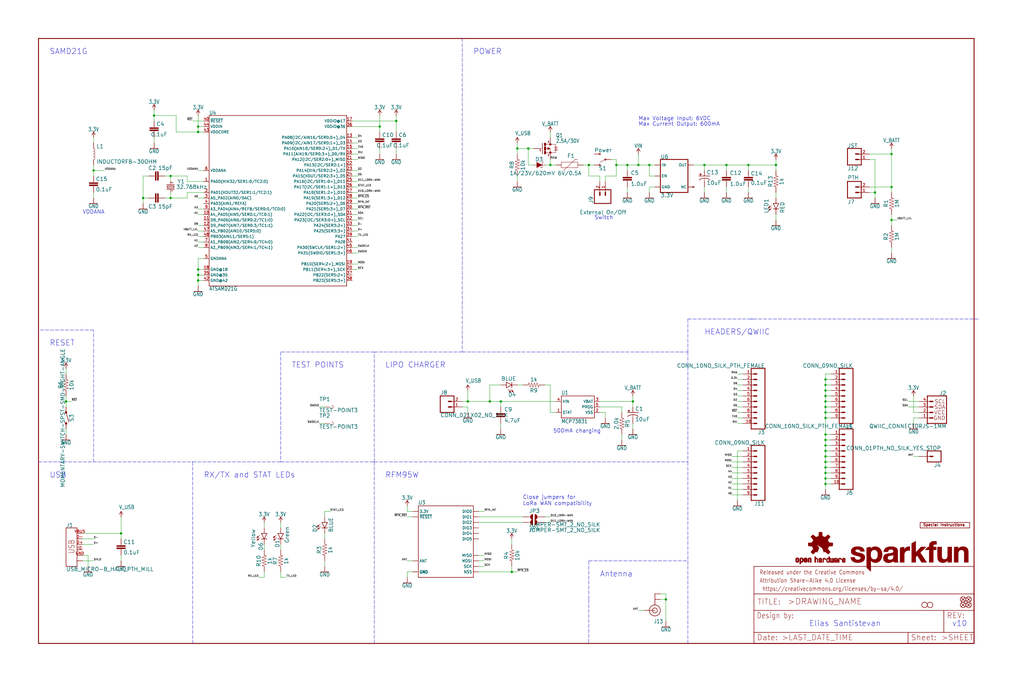
<source format=kicad_sch>
(kicad_sch (version 20211123) (generator eeschema)
  (paper "User" 472.643 317.906)
  (lib_symbols
    (symbol "schematicEagle-eagle-import:0.1UF-0603-25V-(+80{slash}-20%)"
      (property "Reference" "C" (at 1.524 2.921 0))
      (property "Value" "0.1UF-0603-25V-(+80{slash}-20%)" (at 1.524 -2.159 0))
      (symbol "0.1UF-0603-25V-(+80{slash}-20%)_1_0"
        (pin passive line (at 0 5.08 270) (length 2.54) (name "1") (number "1"))
        (pin passive line (at 0 -2.54 90) (length 2.54) (name "2") (number "2"))
      )
    )
    (symbol "schematicEagle-eagle-import:1.0UF-0603-16V-10%"
      (property "Reference" "C" (at 1.524 2.921 0))
      (property "Value" "1.0UF-0603-16V-10%" (at 1.524 -2.159 0))
      (symbol "1.0UF-0603-16V-10%_1_0"
        (pin passive line (at 0 5.08 270) (length 2.54) (name "1") (number "1"))
        (pin passive line (at 0 -2.54 90) (length 2.54) (name "2") (number "2"))
      )
    )
    (symbol "schematicEagle-eagle-import:10KOHM-0603-1{slash}10W-1%"
      (property "Reference" "R" (at 0 1.524 0))
      (property "Value" "10KOHM-0603-1{slash}10W-1%" (at 0 -1.524 0))
      (symbol "10KOHM-0603-1{slash}10W-1%_1_0"
        (pin passive line (at -5.08 0 0) (length 2.54) (name "1") (number "1"))
        (pin passive line (at 5.08 0 180) (length 2.54) (name "2") (number "2"))
      )
    )
    (symbol "schematicEagle-eagle-import:10UF-POLAR-EIA3216-16V-10%(TANT)"
      (property "Reference" "C" (at 1.016 0.635 0))
      (property "Value" "10UF-POLAR-EIA3216-16V-10%(TANT)" (at 1.016 -4.191 0))
      (symbol "10UF-POLAR-EIA3216-16V-10%(TANT)_1_0"
        (pin passive line (at 0 2.54 270) (length 2.54) (name "+") (number "+"))
        (pin passive line (at 0 -5.08 90) (length 2.54) (name "-") (number "-"))
      )
    )
    (symbol "schematicEagle-eagle-import:15PF-0603-50V-5%"
      (property "Reference" "C" (at 1.524 2.921 0))
      (property "Value" "15PF-0603-50V-5%" (at 1.524 -2.159 0))
      (symbol "15PF-0603-50V-5%_1_0"
        (pin passive line (at 0 5.08 270) (length 2.54) (name "1") (number "1"))
        (pin passive line (at 0 -2.54 90) (length 2.54) (name "2") (number "2"))
      )
    )
    (symbol "schematicEagle-eagle-import:1KOHM-0603-1{slash}10W-1%"
      (property "Reference" "R" (at 0 1.524 0))
      (property "Value" "1KOHM-0603-1{slash}10W-1%" (at 0 -1.524 0))
      (symbol "1KOHM-0603-1{slash}10W-1%_1_0"
        (pin passive line (at -5.08 0 0) (length 2.54) (name "1") (number "1"))
        (pin passive line (at 5.08 0 180) (length 2.54) (name "2") (number "2"))
      )
    )
    (symbol "schematicEagle-eagle-import:1MOHM-0603-1{slash}4W-5%"
      (property "Reference" "R" (at 0 1.524 0))
      (property "Value" "1MOHM-0603-1{slash}4W-5%" (at 0 -1.524 0))
      (symbol "1MOHM-0603-1{slash}4W-5%_1_0"
        (pin passive line (at -5.08 0 0) (length 2.54) (name "1") (number "1"))
        (pin passive line (at 5.08 0 180) (length 2.54) (name "2") (number "2"))
      )
    )
    (symbol "schematicEagle-eagle-import:2.0KOHM-0603-1{slash}10W-5%"
      (property "Reference" "R" (at 0 1.524 0))
      (property "Value" "2.0KOHM-0603-1{slash}10W-5%" (at 0 -1.524 0))
      (symbol "2.0KOHM-0603-1{slash}10W-5%_1_0"
        (pin passive line (at -5.08 0 0) (length 2.54) (name "1") (number "1"))
        (pin passive line (at 5.08 0 180) (length 2.54) (name "2") (number "2"))
      )
    )
    (symbol "schematicEagle-eagle-import:3.3V" (power)
      (property "Value" "3.3V" (at 0 2.794 0))
      (symbol "3.3V_1_0"
        (pin power_in line (at 0 0 90) (length 2.54) (name "3.3V") (number "1"))
      )
    )
    (symbol "schematicEagle-eagle-import:4.7UF-0603-6.3V-(10%)"
      (property "Reference" "C" (at 1.524 2.921 0))
      (property "Value" "4.7UF-0603-6.3V-(10%)" (at 1.524 -2.159 0))
      (symbol "4.7UF-0603-6.3V-(10%)_1_0"
        (pin passive line (at 0 5.08 270) (length 2.54) (name "1") (number "1"))
        (pin passive line (at 0 -2.54 90) (length 2.54) (name "2") (number "2"))
      )
    )
    (symbol "schematicEagle-eagle-import:ATSAMD21G"
      (property "Reference" "U" (at -30.48 45.974 0))
      (property "Value" "ATSAMD21G" (at -30.48 -33.274 0))
      (symbol "ATSAMD21G_1_0"
        (pin bidirectional line (at -33.02 15.24 0) (length 2.54) (name "PA00(XIN32/SER1:0/TC2:0)") (number "1"))
        (pin bidirectional line (at -33.02 0 0) (length 2.54) (name "A4_PA05(AIN5/SER0:1/TC0:1)") (number "10"))
        (pin bidirectional line (at -33.02 -2.54 0) (length 2.54) (name "D8_PA06(AIN6/SER0:2/TC1:0)") (number "11"))
        (pin bidirectional line (at -33.02 -5.08 0) (length 2.54) (name "D9_PA07(AIN7/SER0:3/TC1:1)") (number "12"))
        (pin bidirectional line (at 35.56 35.56 180) (length 2.54) (name "PA08(I2C/AIN16/SER0:0+)_D4") (number "13"))
        (pin bidirectional line (at 35.56 33.02 180) (length 2.54) (name "PA09(I2C/AIN17/SER0:1+)_D3") (number "14"))
        (pin bidirectional line (at 35.56 30.48 180) (length 2.54) (name "PA10(AIN18/SER0:2+)_D1/TX") (number "15"))
        (pin bidirectional line (at 35.56 27.94 180) (length 2.54) (name "PA11(AIN19/SER0:3+)_D0/RX") (number "16"))
        (pin bidirectional line (at 35.56 43.18 180) (length 2.54) (name "VDDIO@17") (number "17"))
        (pin bidirectional line (at -33.02 -25.4 0) (length 2.54) (name "GND@18") (number "18"))
        (pin bidirectional line (at 35.56 -22.86 180) (length 2.54) (name "PB10(SER4:2+)_MOSI") (number "19"))
        (pin bidirectional line (at -33.02 10.16 0) (length 2.54) (name "PA01(XOUT32/SER1:1/TC2:1)") (number "2"))
        (pin bidirectional line (at 35.56 -25.4 180) (length 2.54) (name "PB11(SER4:3+)_SCK") (number "20"))
        (pin bidirectional line (at 35.56 25.4 180) (length 2.54) (name "PA12(I2C/SER2:0+)_MISO") (number "21"))
        (pin bidirectional line (at 35.56 22.86 180) (length 2.54) (name "PA13(I2C/SER2:1+)") (number "22"))
        (pin bidirectional line (at 35.56 20.32 180) (length 2.54) (name "PA14(XIN/SER2:2+)_D2") (number "23"))
        (pin bidirectional line (at 35.56 17.78 180) (length 2.54) (name "PA15(XOUT/SER2:3+)_D5") (number "24"))
        (pin bidirectional line (at 35.56 15.24 180) (length 2.54) (name "PA16(I2C/SER1:0+)_D11") (number "25"))
        (pin bidirectional line (at 35.56 12.7 180) (length 2.54) (name "PA17(I2C/SER1:1+)_D13") (number "26"))
        (pin bidirectional line (at 35.56 10.16 180) (length 2.54) (name "PA18(SER1:2+)_D10") (number "27"))
        (pin bidirectional line (at 35.56 7.62 180) (length 2.54) (name "PA19(SER1:3+)_D12") (number "28"))
        (pin bidirectional line (at 35.56 5.08 180) (length 2.54) (name "PA20(SER5:2+)_D6") (number "29"))
        (pin bidirectional line (at -33.02 7.62 0) (length 2.54) (name "A0_PA02(AIN0/DAC)") (number "3"))
        (pin bidirectional line (at 35.56 2.54 180) (length 2.54) (name "PA21(SER5:3+)_D7") (number "30"))
        (pin bidirectional line (at 35.56 0 180) (length 2.54) (name "PA22(I2C/SER3:0+)_SDA") (number "31"))
        (pin bidirectional line (at 35.56 -2.54 180) (length 2.54) (name "PA23(I2C/SER3:0+)_SCL") (number "32"))
        (pin bidirectional line (at 35.56 -5.08 180) (length 2.54) (name "PA24(SER3:2+)") (number "33"))
        (pin bidirectional line (at 35.56 -7.62 180) (length 2.54) (name "PA25(SER3:3+)") (number "34"))
        (pin bidirectional line (at -33.02 -27.94 0) (length 2.54) (name "GND@35") (number "35"))
        (pin bidirectional line (at 35.56 40.64 180) (length 2.54) (name "VDDIO@36") (number "36"))
        (pin bidirectional line (at 35.56 -27.94 180) (length 2.54) (name "PB22(SER5:2+)") (number "37"))
        (pin bidirectional line (at 35.56 -30.48 180) (length 2.54) (name "PB23(SER5:3+)") (number "38"))
        (pin bidirectional line (at 35.56 -10.16 180) (length 2.54) (name "PA27") (number "39"))
        (pin bidirectional line (at -33.02 5.08 0) (length 2.54) (name "PA03(AIN1/REFA)") (number "4"))
        (pin bidirectional line (at -33.02 43.18 0) (length 2.54) (name "~{RESET}") (number "40"))
        (pin bidirectional line (at 35.56 -12.7 180) (length 2.54) (name "PA28") (number "41"))
        (pin bidirectional line (at -33.02 -30.48 0) (length 2.54) (name "GND@42") (number "42"))
        (pin bidirectional line (at -33.02 38.1 0) (length 2.54) (name "VDDCORE") (number "43"))
        (pin bidirectional line (at -33.02 40.64 0) (length 2.54) (name "VDDIN") (number "44"))
        (pin bidirectional line (at 35.56 -15.24 180) (length 2.54) (name "PA30(SWCLK/SER1:2+)") (number "45"))
        (pin bidirectional line (at 35.56 -17.78 180) (length 2.54) (name "PA31(SWDIO/SER1:3+)") (number "46"))
        (pin bidirectional line (at -33.02 -7.62 0) (length 2.54) (name "A5_PB02(AIN10/SER5:0)") (number "47"))
        (pin bidirectional line (at -33.02 -10.16 0) (length 2.54) (name "PB03(AIN11/SER5:1)") (number "48"))
        (pin bidirectional line (at -33.02 -20.32 0) (length 2.54) (name "GNDANA") (number "5"))
        (pin bidirectional line (at -33.02 20.32 0) (length 2.54) (name "VDDANA") (number "6"))
        (pin bidirectional line (at -33.02 -12.7 0) (length 2.54) (name "A1_PB08(AIN2/SER4:0/TC4:0)") (number "7"))
        (pin bidirectional line (at -33.02 -15.24 0) (length 2.54) (name "A2_PB09(AIN3/SER4:1/TC4:1)") (number "8"))
        (pin bidirectional line (at -33.02 2.54 0) (length 2.54) (name "A3_PA04(AIN4/REFB/SER0:0/TC0:0)") (number "9"))
      )
    )
    (symbol "schematicEagle-eagle-import:CONN_01PTH_NO_SILK_YES_STOP"
      (property "Reference" "J" (at -2.54 3.048 0))
      (property "Value" "CONN_01PTH_NO_SILK_YES_STOP" (at -2.54 -4.826 0))
      (symbol "CONN_01PTH_NO_SILK_YES_STOP_1_0"
        (pin passive line (at 7.62 0 180) (length 5.08) (name "1") (number "1"))
      )
    )
    (symbol "schematicEagle-eagle-import:CONN_02-JST-2MM-SMT"
      (property "Reference" "J" (at -2.54 5.588 0))
      (property "Value" "CONN_02-JST-2MM-SMT" (at -2.54 -4.826 0))
      (symbol "CONN_02-JST-2MM-SMT_1_0"
        (pin passive line (at 7.62 2.54 180) (length 5.08) (name "2") (number "1"))
        (pin passive line (at 7.62 0 180) (length 5.08) (name "1") (number "2"))
      )
    )
    (symbol "schematicEagle-eagle-import:CONN_021X02_NO_SILK"
      (property "Reference" "J" (at -2.54 5.588 0))
      (property "Value" "CONN_021X02_NO_SILK" (at -2.54 -4.826 0))
      (symbol "CONN_021X02_NO_SILK_1_0"
        (pin passive line (at 7.62 0 180) (length 5.08) (name "1") (number "1"))
        (pin passive line (at 7.62 2.54 180) (length 5.08) (name "2") (number "2"))
      )
    )
    (symbol "schematicEagle-eagle-import:CONN_09NO_SILK"
      (property "Reference" "J" (at 0 13.208 0))
      (property "Value" "CONN_09NO_SILK" (at 0 -14.986 0))
      (symbol "CONN_09NO_SILK_1_0"
        (pin passive line (at 10.16 -10.16 180) (length 5.08) (name "1") (number "1"))
        (pin passive line (at 10.16 -7.62 180) (length 5.08) (name "2") (number "2"))
        (pin passive line (at 10.16 -5.08 180) (length 5.08) (name "3") (number "3"))
        (pin passive line (at 10.16 -2.54 180) (length 5.08) (name "4") (number "4"))
        (pin passive line (at 10.16 0 180) (length 5.08) (name "5") (number "5"))
        (pin passive line (at 10.16 2.54 180) (length 5.08) (name "6") (number "6"))
        (pin passive line (at 10.16 5.08 180) (length 5.08) (name "7") (number "7"))
        (pin passive line (at 10.16 7.62 180) (length 5.08) (name "8") (number "8"))
        (pin passive line (at 10.16 10.16 180) (length 5.08) (name "9") (number "9"))
      )
    )
    (symbol "schematicEagle-eagle-import:CONN_10NO_SILK_PTH_FEMALE"
      (property "Reference" "J" (at 0 8.128 0))
      (property "Value" "CONN_10NO_SILK_PTH_FEMALE" (at 0 -22.606 0))
      (symbol "CONN_10NO_SILK_PTH_FEMALE_1_0"
        (pin passive line (at 10.16 -17.78 180) (length 5.08) (name "1") (number "1"))
        (pin passive line (at 10.16 5.08 180) (length 5.08) (name "10") (number "10"))
        (pin passive line (at 10.16 -15.24 180) (length 5.08) (name "2") (number "2"))
        (pin passive line (at 10.16 -12.7 180) (length 5.08) (name "3") (number "3"))
        (pin passive line (at 10.16 -10.16 180) (length 5.08) (name "4") (number "4"))
        (pin passive line (at 10.16 -7.62 180) (length 5.08) (name "5") (number "5"))
        (pin passive line (at 10.16 -5.08 180) (length 5.08) (name "6") (number "6"))
        (pin passive line (at 10.16 -2.54 180) (length 5.08) (name "7") (number "7"))
        (pin passive line (at 10.16 0 180) (length 5.08) (name "8") (number "8"))
        (pin passive line (at 10.16 2.54 180) (length 5.08) (name "9") (number "9"))
      )
    )
    (symbol "schematicEagle-eagle-import:CRYSTAL-32.768KHZSMD-3.2X1.5"
      (property "Reference" "Y" (at 0 2.032 0))
      (property "Value" "CRYSTAL-32.768KHZSMD-3.2X1.5" (at 0 -2.032 0))
      (symbol "CRYSTAL-32.768KHZSMD-3.2X1.5_1_0"
        (text "1" (at -2.159 -1.143 0) (effects (font (size 0.8636 0.734)) (justify left bottom)))
        (text "2" (at 1.524 -1.143 0) (effects (font (size 0.8636 0.734)) (justify left bottom)))
        (pin passive line (at -2.54 0 0) (length 0) (name "1") (number "P$1"))
        (pin passive line (at 2.54 0 180) (length 0) (name "2") (number "P$2"))
      )
    )
    (symbol "schematicEagle-eagle-import:DIODE-SCHOTTKY-BAT20J"
      (property "Reference" "D" (at -2.54 2.032 0))
      (property "Value" "DIODE-SCHOTTKY-BAT20J" (at -2.54 -2.032 0))
      (symbol "DIODE-SCHOTTKY-BAT20J_1_0"
        (pin passive line (at -2.54 0 0) (length 0) (name "A") (number "A"))
        (pin passive line (at 2.54 0 180) (length 0) (name "C") (number "C"))
      )
    )
    (symbol "schematicEagle-eagle-import:FIDUCIAL1X2")
    (symbol "schematicEagle-eagle-import:FRAME-LEDGER"
      (symbol "FRAME-LEDGER_2_0"
        (text " https://creativecommons.org/licenses/by-sa/4.0/" (at 2.54 24.13 0) (effects (font (size 1.9304 1.6408)) (justify left bottom)))
        (text ">DRAWING_NAME" (at 15.494 17.78 0) (effects (font (size 2.7432 2.7432)) (justify left bottom)))
        (text ">LAST_DATE_TIME" (at 12.7 1.27 0) (effects (font (size 2.54 2.54)) (justify left bottom)))
        (text ">SHEET" (at 86.36 1.27 0) (effects (font (size 2.54 2.54)) (justify left bottom)))
        (text "Attribution Share-Alike 4.0 License" (at 2.54 27.94 0) (effects (font (size 1.9304 1.6408)) (justify left bottom)))
        (text "Date:" (at 1.27 1.27 0) (effects (font (size 2.54 2.54)) (justify left bottom)))
        (text "Design by:" (at 1.27 11.43 0) (effects (font (size 2.54 2.159)) (justify left bottom)))
        (text "Released under the Creative Commons" (at 2.54 31.75 0) (effects (font (size 1.9304 1.6408)) (justify left bottom)))
        (text "REV:" (at 88.9 11.43 0) (effects (font (size 2.54 2.54)) (justify left bottom)))
        (text "Sheet:" (at 72.39 1.27 0) (effects (font (size 2.54 2.54)) (justify left bottom)))
        (text "TITLE:" (at 1.524 17.78 0) (effects (font (size 2.54 2.54)) (justify left bottom)))
      )
    )
    (symbol "schematicEagle-eagle-import:GND" (power)
      (property "Value" "GND" (at 0 -0.254 0))
      (symbol "GND_1_0"
        (pin power_in line (at 0 2.54 270) (length 2.54) (name "GND") (number "1"))
      )
    )
    (symbol "schematicEagle-eagle-import:INDUCTORFB-30OHM"
      (property "Reference" "L" (at 1.27 2.54 0))
      (property "Value" "INDUCTORFB-30OHM" (at 1.27 -2.54 0))
      (symbol "INDUCTORFB-30OHM_1_0"
        (pin passive line (at 0 5.08 270) (length 2.54) (name "1") (number "1"))
        (pin passive line (at 0 -5.08 90) (length 2.54) (name "2") (number "2"))
      )
    )
    (symbol "schematicEagle-eagle-import:JUMPER-SMT_2_NO_SILK"
      (property "Reference" "JP" (at -2.54 2.54 0))
      (property "Value" "JUMPER-SMT_2_NO_SILK" (at -2.54 -2.54 0))
      (symbol "JUMPER-SMT_2_NO_SILK_1_0"
        (pin passive line (at -5.08 0 0) (length 2.54) (name "1") (number "1"))
        (pin passive line (at 5.08 0 180) (length 2.54) (name "2") (number "2"))
      )
    )
    (symbol "schematicEagle-eagle-import:LED-BLUE0603"
      (property "Reference" "D" (at -3.429 -4.572 90))
      (property "Value" "LED-BLUE0603" (at 1.905 -4.572 90))
      (symbol "LED-BLUE0603_1_0"
        (pin passive line (at 0 2.54 270) (length 2.54) (name "A") (number "A"))
        (pin passive line (at 0 -5.08 90) (length 2.54) (name "C") (number "C"))
      )
    )
    (symbol "schematicEagle-eagle-import:LED-GREEN0603"
      (property "Reference" "D" (at -3.429 -4.572 90))
      (property "Value" "LED-GREEN0603" (at 1.905 -4.572 90))
      (symbol "LED-GREEN0603_1_0"
        (pin passive line (at 0 2.54 270) (length 2.54) (name "A") (number "A"))
        (pin passive line (at 0 -5.08 90) (length 2.54) (name "C") (number "C"))
      )
    )
    (symbol "schematicEagle-eagle-import:LED-RED0603"
      (property "Reference" "D" (at -3.429 -4.572 90))
      (property "Value" "LED-RED0603" (at 1.905 -4.572 90))
      (symbol "LED-RED0603_1_0"
        (pin passive line (at 0 2.54 270) (length 2.54) (name "A") (number "A"))
        (pin passive line (at 0 -5.08 90) (length 2.54) (name "C") (number "C"))
      )
    )
    (symbol "schematicEagle-eagle-import:LED-YELLOW0603"
      (property "Reference" "D" (at -3.429 -4.572 90))
      (property "Value" "LED-YELLOW0603" (at 1.905 -4.572 90))
      (symbol "LED-YELLOW0603_1_0"
        (pin passive line (at 0 2.54 270) (length 2.54) (name "A") (number "A"))
        (pin passive line (at 0 -5.08 90) (length 2.54) (name "C") (number "C"))
      )
    )
    (symbol "schematicEagle-eagle-import:MCP73831"
      (property "Reference" "U" (at -7.62 5.588 0))
      (property "Value" "MCP73831" (at -7.62 -7.62 0))
      (symbol "MCP73831_1_0"
        (pin output line (at -10.16 -2.54 0) (length 2.54) (name "STAT") (number "1"))
        (pin power_in line (at 10.16 -2.54 180) (length 2.54) (name "VSS") (number "2"))
        (pin power_in line (at 10.16 2.54 180) (length 2.54) (name "VBAT") (number "3"))
        (pin power_in line (at -10.16 2.54 0) (length 2.54) (name "VIN") (number "4"))
        (pin input line (at 10.16 0 180) (length 2.54) (name "PROG") (number "5"))
      )
    )
    (symbol "schematicEagle-eagle-import:MOMENTARY-SWITCH-SPST-SMD-RIGHT-ANGLE"
      (property "Reference" "S" (at 0 1.524 0))
      (property "Value" "MOMENTARY-SWITCH-SPST-SMD-RIGHT-ANGLE" (at 0 -0.508 0))
      (symbol "MOMENTARY-SWITCH-SPST-SMD-RIGHT-ANGLE_1_0"
        (pin passive line (at -5.08 0 0) (length 2.54) (name "1") (number "1"))
        (pin passive line (at 5.08 0 180) (length 2.54) (name "2") (number "2"))
      )
    )
    (symbol "schematicEagle-eagle-import:MOSFET-PCHANNELDMG2307L"
      (property "Reference" "Q" (at 5.08 2.54 0))
      (property "Value" "MOSFET-PCHANNELDMG2307L" (at 5.08 0 0))
      (symbol "MOSFET-PCHANNELDMG2307L_1_0"
        (text "D" (at -1.27 2.54 0) (effects (font (size 0.8128 0.6908)) (justify left bottom)))
        (text "G" (at -5.08 -1.27 0) (effects (font (size 0.8128 0.6908)) (justify left bottom)))
        (text "S" (at -1.27 -3.556 0) (effects (font (size 0.8128 0.6908)) (justify left bottom)))
        (pin passive line (at -7.62 0 0) (length 2.54) (name "G") (number "1"))
        (pin passive line (at 0 -5.08 90) (length 2.54) (name "S") (number "2"))
        (pin passive line (at 0 5.08 270) (length 2.54) (name "D") (number "3"))
      )
    )
    (symbol "schematicEagle-eagle-import:OSHW-LOGOMINI")
    (symbol "schematicEagle-eagle-import:PPTC_HALF-AMP"
      (property "Reference" "F" (at 1.905 3.175 0))
      (property "Value" "PPTC_HALF-AMP" (at 1.27 -2.794 0))
      (symbol "PPTC_HALF-AMP_1_0"
        (pin bidirectional line (at -5.08 0 0) (length 2.54) (name "1") (number "1"))
        (pin bidirectional line (at 7.62 0 180) (length 2.54) (name "2") (number "2"))
      )
    )
    (symbol "schematicEagle-eagle-import:QWIIC_CONNECTORJS-1MM"
      (property "Reference" "J" (at -5.08 7.874 0))
      (property "Value" "QWIIC_CONNECTORJS-1MM" (at -5.08 -5.334 0))
      (symbol "QWIIC_CONNECTORJS-1MM_1_0"
        (text "GND" (at -4.572 -2.54 0) (effects (font (size 1.778 1.778)) (justify left)))
        (text "SCL" (at -4.572 5.08 0) (effects (font (size 1.778 1.778)) (justify left)))
        (text "SDA" (at -4.572 2.54 0) (effects (font (size 1.778 1.778)) (justify left)))
        (text "VCC" (at -4.572 0 0) (effects (font (size 1.778 1.778)) (justify left)))
        (pin power_in line (at 7.62 -2.54 180) (length 5.08) (name "1") (number "1"))
        (pin power_in line (at 7.62 0 180) (length 5.08) (name "2") (number "2"))
        (pin passive line (at 7.62 2.54 180) (length 5.08) (name "3") (number "3"))
        (pin passive line (at 7.62 5.08 180) (length 5.08) (name "4") (number "4"))
      )
    )
    (symbol "schematicEagle-eagle-import:RFM95W"
      (property "Reference" "U" (at -12.668 18.32 0))
      (symbol "RFM95W_1_0"
        (pin bidirectional line (at -15.24 12.7 0) (length 2.54) (name "~{RESET}") (number "!RESET"))
        (pin bidirectional line (at -15.24 15.24 0) (length 2.54) (name "3.3V") (number "3.3V"))
        (pin bidirectional line (at -15.24 -7.62 0) (length 2.54) (name "ANT") (number "ANT"))
        (pin bidirectional line (at 15.24 15.24 180) (length 2.54) (name "DIO0") (number "DIO0"))
        (pin bidirectional line (at 15.24 12.7 180) (length 2.54) (name "DIO1") (number "DIO1"))
        (pin bidirectional line (at 15.24 10.16 180) (length 2.54) (name "DIO2") (number "DIO2"))
        (pin bidirectional line (at 15.24 7.62 180) (length 2.54) (name "DIO3") (number "DIO3"))
        (pin bidirectional line (at 15.24 5.08 180) (length 2.54) (name "DIO4") (number "DIO4"))
        (pin bidirectional line (at 15.24 2.54 180) (length 2.54) (name "DIO5") (number "DIO5"))
        (pin bidirectional line (at -15.24 -12.7 0) (length 2.54) (name "GND") (number "GND@1"))
        (pin bidirectional line (at -15.24 -12.7 0) (length 2.54) (name "GND") (number "GND@2"))
        (pin bidirectional line (at -15.24 -12.7 0) (length 2.54) (name "GND") (number "GND@3"))
        (pin bidirectional line (at 15.24 -5.08 180) (length 2.54) (name "MISO") (number "MISO"))
        (pin bidirectional line (at 15.24 -7.62 180) (length 2.54) (name "MOSI") (number "MOSI"))
        (pin bidirectional line (at 15.24 -12.7 180) (length 2.54) (name "NSS") (number "NSS"))
        (pin bidirectional line (at 15.24 -10.16 180) (length 2.54) (name "SCK") (number "SCK"))
      )
    )
    (symbol "schematicEagle-eagle-import:SFE_LOGO_NAME.1_INCH")
    (symbol "schematicEagle-eagle-import:SPECIAL_INSTRUCTIONS-ORDERING"
      (symbol "SPECIAL_INSTRUCTIONS-ORDERING_1_0"
        (text "Special Instructions" (at 1.27 0.6985 0) (effects (font (size 1.27 1.27) (thickness 0.254) bold) (justify left bottom)))
      )
    )
    (symbol "schematicEagle-eagle-import:STAND-OFFTIGHT")
    (symbol "schematicEagle-eagle-import:SWITCH-SPDT-SMD-RIGHT-ANGLE"
      (property "Reference" "S" (at 1.27 3.048 0))
      (property "Value" "SWITCH-SPDT-SMD-RIGHT-ANGLE" (at 1.016 -3.302 0))
      (symbol "SWITCH-SPDT-SMD-RIGHT-ANGLE_1_0"
        (pin passive line (at 5.08 2.54 180) (length 2.54) (name "O") (number "1"))
        (pin passive line (at -2.54 0 0) (length 2.54) (name "P") (number "2"))
        (pin passive line (at 5.08 -2.54 180) (length 2.54) (name "S") (number "3"))
      )
    )
    (symbol "schematicEagle-eagle-import:TEST-POINT3"
      (property "Reference" "TP" (at -2.54 2.54 0))
      (property "Value" "TEST-POINT3" (at -2.54 -2.54 0))
      (symbol "TEST-POINT3_1_0"
        (pin bidirectional line (at 0 0 180) (length 0) (name "1") (number "P$1"))
      )
    )
    (symbol "schematicEagle-eagle-import:U.FL"
      (property "Reference" "J" (at -3.81 4.064 0))
      (symbol "U.FL_1_0"
        (pin bidirectional line (at -2.54 -5.08 0) (length 2.54) (name "GND@0") (number "1"))
        (pin bidirectional line (at -2.54 -7.62 0) (length 2.54) (name "GND@1") (number "2"))
        (pin bidirectional line (at 5.08 0 180) (length 5.08) (name "SIGNAL") (number "FEED"))
      )
    )
    (symbol "schematicEagle-eagle-import:USB_MICRO-B_HALF_PTH_MILL"
      (property "Reference" "J" (at -2.54 10.414 0))
      (property "Value" "USB_MICRO-B_HALF_PTH_MILL" (at -2.54 -9.906 0))
      (symbol "USB_MICRO-B_HALF_PTH_MILL_1_0"
        (text "USB" (at 0 1.524 900) (effects (font (size 2.54 2.159))))
        (pin bidirectional line (at 5.08 2.54 180) (length 2.54) (name "D+") (number "D+"))
        (pin bidirectional line (at 5.08 5.08 180) (length 2.54) (name "D-") (number "D-"))
        (pin power_in line (at 5.08 -2.54 180) (length 2.54) (name "GND") (number "GND"))
        (pin bidirectional line (at 5.08 0 180) (length 2.54) (name "ID") (number "ID"))
        (pin bidirectional line (at 5.08 -5.08 180) (length 2.54) (name "SHIELD") (number "SHIELD"))
        (pin bidirectional line (at 5.08 -5.08 180) (length 2.54) (name "SHIELD") (number "SHIELD10"))
        (pin bidirectional line (at 5.08 -5.08 180) (length 2.54) (name "SHIELD") (number "SHIELD2"))
        (pin bidirectional line (at 5.08 -5.08 180) (length 2.54) (name "SHIELD") (number "SHIELD3"))
        (pin bidirectional line (at 5.08 -5.08 180) (length 2.54) (name "SHIELD") (number "SHIELD4"))
        (pin bidirectional line (at 5.08 -5.08 180) (length 2.54) (name "SHIELD") (number "SHIELD5"))
        (pin bidirectional line (at 5.08 -5.08 180) (length 2.54) (name "SHIELD") (number "SHIELD6"))
        (pin bidirectional line (at 5.08 -5.08 180) (length 2.54) (name "SHIELD") (number "SHIELD7"))
        (pin bidirectional line (at 5.08 -5.08 180) (length 2.54) (name "SHIELD") (number "SHIELD8"))
        (pin bidirectional line (at 5.08 -5.08 180) (length 2.54) (name "SHIELD") (number "SHIELD9"))
        (pin power_in line (at 5.08 7.62 180) (length 2.54) (name "VBUS") (number "VBUS"))
      )
    )
    (symbol "schematicEagle-eagle-import:VIN" (power)
      (property "Value" "VIN" (at 0 2.794 0))
      (symbol "VIN_1_0"
        (pin power_in line (at 0 0 90) (length 2.54) (name "VIN") (number "1"))
      )
    )
    (symbol "schematicEagle-eagle-import:V_BATT" (power)
      (property "Value" "V_BATT" (at 0 2.794 0))
      (symbol "V_BATT_1_0"
        (pin power_in line (at 0 0 90) (length 2.54) (name "V_BATT") (number "1"))
      )
    )
    (symbol "schematicEagle-eagle-import:V_REG_AP2112K-3.3V"
      (property "Reference" "U" (at -7.62 7.874 0))
      (property "Value" "V_REG_AP2112K-3.3V" (at -7.62 -7.874 0))
      (symbol "V_REG_AP2112K-3.3V_1_0"
        (pin input line (at -10.16 5.08 0) (length 2.54) (name "IN") (number "1"))
        (pin input line (at -10.16 -5.08 0) (length 2.54) (name "GND") (number "2"))
        (pin input line (at -10.16 0 0) (length 2.54) (name "EN") (number "3"))
        (pin no_connect line (at 7.62 -5.08 180) (length 2.54) (name "NC") (number "4"))
        (pin passive line (at 7.62 5.08 180) (length 2.54) (name "OUT") (number "5"))
      )
    )
    (symbol "schematicEagle-eagle-import:V_USB" (power)
      (property "Value" "V_USB" (at 0 2.794 0))
      (symbol "V_USB_1_0"
        (pin power_in line (at 0 0 90) (length 2.54) (name "V_USB") (number "1"))
      )
    )
  )
  (junction (at 299.72 76.2))
  (junction (at 345.44 76.2))
  (junction (at 381 213.36))
  (junction (at 411.48 101.6))
  (junction (at 381 180.34))
  (junction (at 55.88 246.38))
  (junction (at 381 208.28))
  (junction (at 215.9 185.42))
  (junction (at 381 205.74))
  (junction (at 182.88 55.88))
  (junction (at 91.44 129.54))
  (junction (at 381 190.5))
  (junction (at 294.64 76.2))
  (junction (at 381 187.96))
  (junction (at 381 215.9))
  (junction (at 381 218.44))
  (junction (at 381 175.26))
  (junction (at 335.28 76.2))
  (junction (at 307.34 276.86))
  (junction (at 403.86 88.9))
  (junction (at 254 76.2))
  (junction (at 226.06 185.42))
  (junction (at 30.48 185.42))
  (junction (at 91.44 58.42))
  (junction (at 175.26 58.42))
  (junction (at 381 223.52))
  (junction (at 381 210.82))
  (junction (at 284.48 76.2))
  (junction (at 236.22 264.16))
  (junction (at 243.84 68.58))
  (junction (at 238.76 68.58))
  (junction (at 78.74 81.28))
  (junction (at 381 177.8))
  (junction (at 271.78 76.2))
  (junction (at 43.18 78.74))
  (junction (at 91.44 127))
  (junction (at 71.12 53.34))
  (junction (at 411.48 71.12))
  (junction (at 411.48 86.36))
  (junction (at 289.56 76.2))
  (junction (at 91.44 60.96))
  (junction (at 381 182.88))
  (junction (at 381 200.66))
  (junction (at 325.12 76.2))
  (junction (at 381 203.2))
  (junction (at 381 220.98))
  (junction (at 91.44 124.46))
  (junction (at 381 193.04))
  (junction (at 381 185.42))
  (junction (at 292.1 185.42))
  (junction (at 66.04 91.44))
  (junction (at 358.14 76.2))
  (junction (at 231.14 185.42))
  (junction (at 78.74 91.44))
  (wire (pts (xy 251.46 241.3) (xy 254 241.3)))
  (wire (pts (xy 381 190.5) (xy 381 193.04)))
  (wire (pts (xy 93.98 78.74) (xy 91.44 78.74)))
  (wire (pts (xy 383.54 182.88) (xy 381 182.88)))
  (wire (pts (xy 187.96 264.16) (xy 187.96 266.7)))
  (wire (pts (xy 226.06 185.42) (xy 231.14 185.42)))
  (wire (pts (xy 269.24 76.2) (xy 271.78 76.2)))
  (wire (pts (xy 190.5 264.16) (xy 187.96 264.16)))
  (wire (pts (xy 162.56 99.06) (xy 165.1 99.06)))
  (wire (pts (xy 381 208.28) (xy 381 210.82)))
  (wire (pts (xy 342.9 172.72) (xy 340.36 172.72)))
  (wire (pts (xy 342.9 223.52) (xy 337.82 223.52)))
  (wire (pts (xy 383.54 175.26) (xy 381 175.26)))
  (wire (pts (xy 381 205.74) (xy 381 208.28)))
  (wire (pts (xy 91.44 91.44) (xy 93.98 91.44)))
  (wire (pts (xy 38.1 251.46) (xy 43.18 251.46)))
  (wire (pts (xy 162.56 114.3) (xy 165.1 114.3)))
  (wire (pts (xy 256.54 76.2) (xy 254 76.2)))
  (wire (pts (xy 129.54 241.3) (xy 129.54 243.84)))
  (wire (pts (xy 292.1 185.42) (xy 292.1 182.88)))
  (wire (pts (xy 86.36 88.9) (xy 86.36 91.44)))
  (wire (pts (xy 91.44 114.3) (xy 93.98 114.3)))
  (wire (pts (xy 213.36 185.42) (xy 215.9 185.42)))
  (wire (pts (xy 342.9 193.04) (xy 340.36 193.04)))
  (wire (pts (xy 403.86 88.9) (xy 403.86 91.44)))
  (wire (pts (xy 91.44 124.46) (xy 93.98 124.46)))
  (wire (pts (xy 342.9 228.6) (xy 337.82 228.6)))
  (polyline (pts (xy 129.54 213.36) (xy 172.72 213.36)))
  (wire (pts (xy 335.28 76.2) (xy 335.28 78.74)))
  (wire (pts (xy 358.14 76.2) (xy 358.14 78.74)))
  (wire (pts (xy 93.98 60.96) (xy 91.44 60.96)))
  (wire (pts (xy 162.56 106.68) (xy 165.1 106.68)))
  (polyline (pts (xy 172.72 162.56) (xy 213.36 162.56)))
  (wire (pts (xy 38.1 256.54) (xy 40.64 256.54)))
  (wire (pts (xy 256.54 190.5) (xy 254 190.5)))
  (wire (pts (xy 340.36 187.96) (xy 342.9 187.96)))
  (wire (pts (xy 320.04 76.2) (xy 325.12 76.2)))
  (wire (pts (xy 381 185.42) (xy 381 187.96)))
  (wire (pts (xy 187.96 238.76) (xy 190.5 238.76)))
  (wire (pts (xy 342.9 226.06) (xy 337.82 226.06)))
  (wire (pts (xy 220.98 261.62) (xy 223.52 261.62)))
  (wire (pts (xy 220.98 256.54) (xy 223.52 256.54)))
  (wire (pts (xy 231.14 177.8) (xy 226.06 177.8)))
  (wire (pts (xy 81.28 53.34) (xy 81.28 60.96)))
  (wire (pts (xy 147.32 195.58) (xy 149.86 195.58)))
  (wire (pts (xy 187.96 236.22) (xy 187.96 233.68)))
  (wire (pts (xy 299.72 76.2) (xy 302.26 76.2)))
  (polyline (pts (xy 317.5 147.32) (xy 317.5 162.56)))
  (wire (pts (xy 340.36 208.28) (xy 340.36 231.14)))
  (wire (pts (xy 162.56 124.46) (xy 165.1 124.46)))
  (wire (pts (xy 86.36 83.82) (xy 86.36 81.28)))
  (wire (pts (xy 91.44 129.54) (xy 91.44 132.08)))
  (wire (pts (xy 162.56 78.74) (xy 165.1 78.74)))
  (wire (pts (xy 299.72 81.28) (xy 299.72 76.2)))
  (wire (pts (xy 381 187.96) (xy 381 190.5)))
  (wire (pts (xy 226.06 177.8) (xy 226.06 185.42)))
  (polyline (pts (xy 213.36 17.78) (xy 213.36 162.56)))
  (wire (pts (xy 243.84 68.58) (xy 238.76 68.58)))
  (wire (pts (xy 215.9 187.96) (xy 215.9 190.5)))
  (wire (pts (xy 411.48 88.9) (xy 411.48 86.36)))
  (wire (pts (xy 299.72 76.2) (xy 294.64 76.2)))
  (wire (pts (xy 251.46 76.2) (xy 254 76.2)))
  (wire (pts (xy 162.56 109.22) (xy 165.1 109.22)))
  (polyline (pts (xy 347.98 147.32) (xy 345.44 147.32)))
  (wire (pts (xy 381 220.98) (xy 381 223.52)))
  (wire (pts (xy 43.18 88.9) (xy 43.18 91.44)))
  (wire (pts (xy 383.54 200.66) (xy 381 200.66)))
  (wire (pts (xy 342.9 182.88) (xy 340.36 182.88)))
  (wire (pts (xy 149.86 259.08) (xy 149.86 261.62)))
  (wire (pts (xy 149.86 248.92) (xy 149.86 246.38)))
  (wire (pts (xy 340.36 190.5) (xy 342.9 190.5)))
  (wire (pts (xy 236.22 251.46) (xy 236.22 248.92)))
  (wire (pts (xy 68.58 91.44) (xy 66.04 91.44)))
  (wire (pts (xy 30.48 172.72) (xy 30.48 170.18)))
  (wire (pts (xy 162.56 86.36) (xy 165.1 86.36)))
  (wire (pts (xy 243.84 68.58) (xy 243.84 76.2)))
  (wire (pts (xy 383.54 193.04) (xy 381 193.04)))
  (polyline (pts (xy 129.54 162.56) (xy 129.54 213.36)))
  (wire (pts (xy 213.36 187.96) (xy 215.9 187.96)))
  (wire (pts (xy 383.54 177.8) (xy 381 177.8)))
  (wire (pts (xy 342.9 208.28) (xy 340.36 208.28)))
  (wire (pts (xy 276.86 83.82) (xy 276.86 81.28)))
  (wire (pts (xy 175.26 68.58) (xy 175.26 71.12)))
  (wire (pts (xy 279.4 81.28) (xy 284.48 81.28)))
  (wire (pts (xy 302.26 81.28) (xy 299.72 81.28)))
  (wire (pts (xy 421.64 190.5) (xy 421.64 182.88)))
  (wire (pts (xy 231.14 187.96) (xy 231.14 185.42)))
  (wire (pts (xy 381 180.34) (xy 381 182.88)))
  (wire (pts (xy 86.36 81.28) (xy 78.74 81.28)))
  (wire (pts (xy 78.74 88.9) (xy 78.74 91.44)))
  (wire (pts (xy 91.44 124.46) (xy 91.44 127)))
  (wire (pts (xy 411.48 101.6) (xy 411.48 99.06)))
  (wire (pts (xy 342.9 175.26) (xy 340.36 175.26)))
  (wire (pts (xy 342.9 213.36) (xy 337.82 213.36)))
  (polyline (pts (xy 88.9 213.36) (xy 129.54 213.36)))
  (polyline (pts (xy 317.5 259.08) (xy 317.5 297.18)))
  (wire (pts (xy 243.84 76.2) (xy 246.38 76.2)))
  (wire (pts (xy 162.56 121.92) (xy 165.1 121.92)))
  (wire (pts (xy 43.18 81.28) (xy 43.18 78.74)))
  (wire (pts (xy 162.56 96.52) (xy 165.1 96.52)))
  (wire (pts (xy 93.98 58.42) (xy 91.44 58.42)))
  (wire (pts (xy 294.64 71.12) (xy 294.64 76.2)))
  (wire (pts (xy 424.18 193.04) (xy 421.64 193.04)))
  (wire (pts (xy 383.54 187.96) (xy 381 187.96)))
  (wire (pts (xy 281.94 73.66) (xy 284.48 73.66)))
  (wire (pts (xy 383.54 220.98) (xy 381 220.98)))
  (wire (pts (xy 149.86 238.76) (xy 149.86 236.22)))
  (polyline (pts (xy 43.18 213.36) (xy 43.18 162.56)))
  (wire (pts (xy 304.8 274.32) (xy 307.34 274.32)))
  (wire (pts (xy 358.14 76.2) (xy 358.14 73.66)))
  (wire (pts (xy 342.9 180.34) (xy 340.36 180.34)))
  (wire (pts (xy 401.32 88.9) (xy 403.86 88.9)))
  (wire (pts (xy 91.44 96.52) (xy 93.98 96.52)))
  (wire (pts (xy 292.1 198.12) (xy 292.1 195.58)))
  (wire (pts (xy 401.32 73.66) (xy 403.86 73.66)))
  (wire (pts (xy 307.34 274.32) (xy 307.34 276.86)))
  (wire (pts (xy 78.74 81.28) (xy 76.2 81.28)))
  (wire (pts (xy 287.02 187.96) (xy 287.02 190.5)))
  (wire (pts (xy 381 172.72) (xy 381 175.26)))
  (wire (pts (xy 254 190.5) (xy 254 177.8)))
  (wire (pts (xy 276.86 185.42) (xy 292.1 185.42)))
  (wire (pts (xy 358.14 91.44) (xy 358.14 88.9)))
  (wire (pts (xy 381 210.82) (xy 381 213.36)))
  (wire (pts (xy 93.98 109.22) (xy 91.44 109.22)))
  (wire (pts (xy 383.54 190.5) (xy 381 190.5)))
  (wire (pts (xy 91.44 127) (xy 91.44 129.54)))
  (polyline (pts (xy 406.4 147.32) (xy 452.12 147.32)))
  (wire (pts (xy 91.44 58.42) (xy 91.44 53.34)))
  (wire (pts (xy 162.56 83.82) (xy 165.1 83.82)))
  (wire (pts (xy 383.54 223.52) (xy 381 223.52)))
  (wire (pts (xy 162.56 73.66) (xy 165.1 73.66)))
  (wire (pts (xy 182.88 55.88) (xy 182.88 60.96)))
  (wire (pts (xy 93.98 127) (xy 91.44 127)))
  (wire (pts (xy 187.96 236.22) (xy 190.5 236.22)))
  (wire (pts (xy 93.98 88.9) (xy 86.36 88.9)))
  (wire (pts (xy 381 223.52) (xy 381 226.06)))
  (wire (pts (xy 220.98 264.16) (xy 236.22 264.16)))
  (wire (pts (xy 345.44 76.2) (xy 358.14 76.2)))
  (wire (pts (xy 162.56 81.28) (xy 165.1 81.28)))
  (wire (pts (xy 55.88 246.38) (xy 38.1 246.38)))
  (wire (pts (xy 162.56 101.6) (xy 165.1 101.6)))
  (wire (pts (xy 162.56 88.9) (xy 165.1 88.9)))
  (wire (pts (xy 236.22 261.62) (xy 236.22 264.16)))
  (wire (pts (xy 55.88 256.54) (xy 55.88 259.08)))
  (wire (pts (xy 254 73.66) (xy 254 76.2)))
  (wire (pts (xy 381 203.2) (xy 381 205.74)))
  (wire (pts (xy 381 175.26) (xy 381 177.8)))
  (wire (pts (xy 342.9 218.44) (xy 337.82 218.44)))
  (wire (pts (xy 411.48 101.6) (xy 414.02 101.6)))
  (wire (pts (xy 33.02 185.42) (xy 30.48 185.42)))
  (wire (pts (xy 284.48 76.2) (xy 284.48 73.66)))
  (wire (pts (xy 383.54 215.9) (xy 381 215.9)))
  (wire (pts (xy 325.12 76.2) (xy 335.28 76.2)))
  (wire (pts (xy 421.64 193.04) (xy 421.64 195.58)))
  (wire (pts (xy 276.86 190.5) (xy 279.4 190.5)))
  (wire (pts (xy 162.56 66.04) (xy 165.1 66.04)))
  (wire (pts (xy 121.92 241.3) (xy 121.92 243.84)))
  (wire (pts (xy 383.54 208.28) (xy 381 208.28)))
  (wire (pts (xy 55.88 246.38) (xy 55.88 248.92)))
  (wire (pts (xy 299.72 86.36) (xy 299.72 88.9)))
  (wire (pts (xy 325.12 76.2) (xy 325.12 78.74)))
  (wire (pts (xy 129.54 266.7) (xy 132.08 266.7)))
  (wire (pts (xy 91.44 99.06) (xy 93.98 99.06)))
  (wire (pts (xy 424.18 187.96) (xy 419.1 187.96)))
  (wire (pts (xy 68.58 81.28) (xy 66.04 81.28)))
  (polyline (pts (xy 43.18 162.56) (xy 43.18 152.4)))
  (wire (pts (xy 162.56 91.44) (xy 165.1 91.44)))
  (polyline (pts (xy 271.78 259.08) (xy 317.5 259.08)))
  (wire (pts (xy 335.28 76.2) (xy 345.44 76.2)))
  (polyline (pts (xy 317.5 162.56) (xy 317.5 213.36)))
  (polyline (pts (xy 43.18 152.4) (xy 17.78 152.4)))
  (wire (pts (xy 325.12 88.9) (xy 325.12 86.36)))
  (wire (pts (xy 121.92 266.7) (xy 119.38 266.7)))
  (wire (pts (xy 38.1 259.08) (xy 43.18 259.08)))
  (wire (pts (xy 231.14 185.42) (xy 256.54 185.42)))
  (wire (pts (xy 381 182.88) (xy 381 185.42)))
  (wire (pts (xy 251.46 238.76) (xy 254 238.76)))
  (wire (pts (xy 147.32 187.96) (xy 149.86 187.96)))
  (wire (pts (xy 345.44 88.9) (xy 345.44 86.36)))
  (wire (pts (xy 48.26 78.74) (xy 43.18 78.74)))
  (wire (pts (xy 383.54 218.44) (xy 381 218.44)))
  (wire (pts (xy 231.14 195.58) (xy 231.14 198.12)))
  (wire (pts (xy 424.18 210.82) (xy 421.64 210.82)))
  (wire (pts (xy 43.18 78.74) (xy 43.18 76.2)))
  (wire (pts (xy 162.56 63.5) (xy 165.1 63.5)))
  (wire (pts (xy 93.98 83.82) (xy 86.36 83.82)))
  (wire (pts (xy 381 213.36) (xy 381 215.9)))
  (wire (pts (xy 276.86 187.96) (xy 287.02 187.96)))
  (wire (pts (xy 93.98 129.54) (xy 91.44 129.54)))
  (polyline (pts (xy 317.5 147.32) (xy 345.44 147.32)))
  (wire (pts (xy 175.26 58.42) (xy 175.26 53.34)))
  (polyline (pts (xy 172.72 213.36) (xy 317.5 213.36)))
  (wire (pts (xy 383.54 205.74) (xy 381 205.74)))
  (wire (pts (xy 238.76 71.12) (xy 238.76 68.58)))
  (wire (pts (xy 383.54 180.34) (xy 381 180.34)))
  (polyline (pts (xy 88.9 213.36) (xy 88.9 297.18)))
  (wire (pts (xy 383.54 172.72) (xy 381 172.72)))
  (wire (pts (xy 342.9 220.98) (xy 337.82 220.98)))
  (wire (pts (xy 383.54 213.36) (xy 381 213.36)))
  (wire (pts (xy 43.18 63.5) (xy 43.18 66.04)))
  (wire (pts (xy 121.92 264.16) (xy 121.92 266.7)))
  (wire (pts (xy 220.98 236.22) (xy 223.52 236.22)))
  (wire (pts (xy 279.4 83.82) (xy 279.4 81.28)))
  (wire (pts (xy 381 215.9) (xy 381 218.44)))
  (wire (pts (xy 78.74 91.44) (xy 76.2 91.44)))
  (polyline (pts (xy 172.72 162.56) (xy 129.54 162.56)))
  (wire (pts (xy 403.86 73.66) (xy 403.86 88.9)))
  (wire (pts (xy 411.48 104.14) (xy 411.48 101.6)))
  (wire (pts (xy 55.88 238.76) (xy 55.88 246.38)))
  (wire (pts (xy 381 218.44) (xy 381 220.98)))
  (polyline (pts (xy 213.36 162.56) (xy 317.5 162.56)))
  (wire (pts (xy 383.54 203.2) (xy 381 203.2)))
  (wire (pts (xy 93.98 104.14) (xy 91.44 104.14)))
  (wire (pts (xy 424.18 190.5) (xy 421.64 190.5)))
  (polyline (pts (xy 172.72 213.36) (xy 172.72 162.56)))
  (wire (pts (xy 342.9 185.42) (xy 340.36 185.42)))
  (wire (pts (xy 175.26 60.96) (xy 175.26 58.42)))
  (wire (pts (xy 162.56 55.88) (xy 182.88 55.88)))
  (wire (pts (xy 226.06 185.42) (xy 215.9 185.42)))
  (wire (pts (xy 93.98 106.68) (xy 91.44 106.68)))
  (wire (pts (xy 271.78 76.2) (xy 274.32 76.2)))
  (wire (pts (xy 91.44 119.38) (xy 91.44 124.46)))
  (wire (pts (xy 383.54 210.82) (xy 381 210.82)))
  (wire (pts (xy 254 177.8) (xy 251.46 177.8)))
  (wire (pts (xy 149.86 236.22) (xy 152.4 236.22)))
  (wire (pts (xy 294.64 281.94) (xy 297.18 281.94)))
  (wire (pts (xy 284.48 81.28) (xy 284.48 76.2)))
  (wire (pts (xy 254 60.96) (xy 254 63.5)))
  (wire (pts (xy 241.3 177.8) (xy 238.76 177.8)))
  (wire (pts (xy 238.76 83.82) (xy 238.76 81.28)))
  (wire (pts (xy 238.76 66.04) (xy 238.76 68.58)))
  (wire (pts (xy 302.26 86.36) (xy 299.72 86.36)))
  (wire (pts (xy 162.56 71.12) (xy 165.1 71.12)))
  (wire (pts (xy 71.12 53.34) (xy 71.12 50.8)))
  (wire (pts (xy 129.54 264.16) (xy 129.54 266.7)))
  (wire (pts (xy 358.14 101.6) (xy 358.14 99.06)))
  (wire (pts (xy 289.56 88.9) (xy 289.56 86.36)))
  (wire (pts (xy 401.32 86.36) (xy 411.48 86.36)))
  (wire (pts (xy 411.48 71.12) (xy 401.32 71.12)))
  (wire (pts (xy 304.8 276.86) (xy 307.34 276.86)))
  (wire (pts (xy 289.56 78.74) (xy 289.56 76.2)))
  (polyline (pts (xy 271.78 259.08) (xy 271.78 276.86)))
  (wire (pts (xy 383.54 185.42) (xy 381 185.42)))
  (wire (pts (xy 381 193.04) (xy 381 200.66)))
  (wire (pts (xy 342.9 177.8) (xy 340.36 177.8)))
  (wire (pts (xy 162.56 116.84) (xy 165.1 116.84)))
  (wire (pts (xy 66.04 81.28) (xy 66.04 91.44)))
  (polyline (pts (xy 172.72 297.18) (xy 172.72 213.36)))
  (wire (pts (xy 342.9 215.9) (xy 337.82 215.9)))
  (wire (pts (xy 294.64 76.2) (xy 289.56 76.2)))
  (wire (pts (xy 215.9 180.34) (xy 215.9 185.42)))
  (wire (pts (xy 276.86 81.28) (xy 271.78 81.28)))
  (wire (pts (xy 162.56 93.98) (xy 165.1 93.98)))
  (wire (pts (xy 342.9 195.58) (xy 340.36 195.58)))
  (wire (pts (xy 342.9 210.82) (xy 337.82 210.82)))
  (wire (pts (xy 287.02 203.2) (xy 287.02 200.66)))
  (polyline (pts (xy 271.78 276.86) (xy 271.78 297.18)))
  (wire (pts (xy 220.98 241.3) (xy 241.3 241.3)))
  (wire (pts (xy 187.96 259.08) (xy 190.5 259.08)))
  (polyline (pts (xy 17.78 213.36) (xy 88.9 213.36)))
  (wire (pts (xy 424.18 185.42) (xy 419.1 185.42)))
  (wire (pts (xy 71.12 63.5) (xy 71.12 66.04)))
  (wire (pts (xy 162.56 68.58) (xy 165.1 68.58)))
  (wire (pts (xy 91.44 60.96) (xy 91.44 58.42)))
  (wire (pts (xy 40.64 256.54) (xy 40.64 261.62)))
  (wire (pts (xy 279.4 190.5) (xy 279.4 193.04)))
  (wire (pts (xy 292.1 187.96) (xy 292.1 185.42)))
  (wire (pts (xy 129.54 251.46) (xy 129.54 254)))
  (wire (pts (xy 381 177.8) (xy 381 180.34)))
  (wire (pts (xy 411.48 68.58) (xy 411.48 71.12)))
  (wire (pts (xy 271.78 81.28) (xy 271.78 76.2)))
  (polyline (pts (xy 345.44 147.32) (xy 406.4 147.32)))
  (wire (pts (xy 30.48 198.12) (xy 30.48 200.66)))
  (wire (pts (xy 162.56 104.14) (xy 165.1 104.14)))
  (wire (pts (xy 81.28 60.96) (xy 91.44 60.96)))
  (wire (pts (xy 30.48 185.42) (xy 30.48 182.88)))
  (wire (pts (xy 30.48 187.96) (xy 30.48 185.42)))
  (wire (pts (xy 71.12 53.34) (xy 81.28 53.34)))
  (wire (pts (xy 236.22 264.16) (xy 238.76 264.16)))
  (wire (pts (xy 71.12 55.88) (xy 71.12 53.34)))
  (wire (pts (xy 411.48 86.36) (xy 411.48 71.12)))
  (wire (pts (xy 162.56 58.42) (xy 175.26 58.42)))
  (wire (pts (xy 93.98 119.38) (xy 91.44 119.38)))
  (wire (pts (xy 381 200.66) (xy 381 203.2)))
  (wire (pts (xy 335.28 88.9) (xy 335.28 86.36)))
  (polyline (pts (xy 317.5 213.36) (xy 317.5 259.08)))
  (wire (pts (xy 182.88 68.58) (xy 182.88 71.12)))
  (wire (pts (xy 345.44 78.74) (xy 345.44 76.2)))
  (wire (pts (xy 289.56 76.2) (xy 284.48 76.2)))
  (wire (pts (xy 121.92 251.46) (xy 121.92 254)))
  (wire (pts (xy 66.04 93.98) (xy 66.04 91.44)))
  (wire (pts (xy 93.98 55.88) (xy 88.9 55.88)))
  (wire (pts (xy 220.98 238.76) (xy 241.3 238.76)))
  (wire (pts (xy 411.48 116.84) (xy 411.48 114.3)))
  (wire (pts (xy 38.1 248.92) (xy 43.18 248.92)))
  (wire (pts (xy 78.74 81.28) (xy 78.74 83.82)))
  (wire (pts (xy 91.44 111.76) (xy 93.98 111.76)))
  (wire (pts (xy 246.38 68.58) (xy 243.84 68.58)))
  (wire (pts (xy 307.34 276.86) (xy 307.34 287.02)))
  (wire (pts (xy 86.36 91.44) (xy 78.74 91.44)))
  (wire (pts (xy 220.98 259.08) (xy 223.52 259.08)))
  (wire (pts (xy 182.88 53.34) (xy 182.88 55.88)))
  (text "RESET" (at 22.86 160.02 180) (effects (font (size 2.54 2.54)) (justify left bottom)))
  (text "Switch" (at 274.32 101.6 180) (effects (font (size 1.778 1.778)) (justify left bottom)))
  (text "v10" (at 439.42 289.56 180) (effects (font (size 2.54 2.54)) (justify left bottom)))
  (text "LIPO CHARGER" (at 177.8 170.18 180) (effects (font (size 2.54 2.54)) (justify left bottom)))
  (text "TEST POINTS" (at 134.62 170.18 180) (effects (font (size 2.54 2.54)) (justify left bottom)))
  (text "POWER" (at 218.44 25.4 180) (effects (font (size 2.54 2.54)) (justify left bottom)))
  (text "RFM95W" (at 177.8 220.98 180) (effects (font (size 2.54 2.54)) (justify left bottom)))
  (text "RX/TX and STAT LEDs" (at 93.98 220.98 180) (effects (font (size 2.54 2.54)) (justify left bottom)))
  (text "Close jumpers for\nLoRa WAN compatibility" (at 241.3 233.68 180) (effects (font (size 1.778 1.778)) (justify left bottom)))
  (text "USB" (at 22.86 220.98 180) (effects (font (size 2.54 2.54)) (justify left bottom)))
  (text "HEADERS/QWIIC" (at 325.12 154.94 180) (effects (font (size 2.54 2.54)) (justify left bottom)))
  (text "SAMD21G" (at 22.86 25.4 180) (effects (font (size 2.54 2.54)) (justify left bottom)))
  (text "500mA charging" (at 255.27 200.152 180) (effects (font (size 1.778 1.778)) (justify left bottom)))
  (text "Max Current Output: 600mA" (at 294.64 58.42 180) (effects (font (size 1.778 1.778)) (justify left bottom)))
  (text "Antenna" (at 276.86 266.7 180) (effects (font (size 2.54 2.54)) (justify left bottom)))
  (text "Elias Santistevan" (at 373.38 289.56 180) (effects (font (size 2.54 2.54)) (justify left bottom)))
  (text "VDDANA" (at 38.1 99.06 180) (effects (font (size 1.778 1.778)) (justify left bottom)))
  (text "Max Voltage Input: 6VDC" (at 294.64 55.88 180) (effects (font (size 1.778 1.778)) (justify left bottom)))
  (label "A3" (at 91.44 96.52 180) (effects (font (size 0.889 0.889))))
  (label "MOSI" (at 337.82 213.36 180) (effects (font (size 0.889 0.889))))
  (label "D2" (at 165.1 78.74 0) (effects (font (size 0.889 0.889))))
  (label "RFM_INT" (at 223.52 236.22 0) (effects (font (size 0.889 0.889))))
  (label "A2" (at 337.82 223.52 180) (effects (font (size 0.889 0.889))))
  (label "D9" (at 91.44 104.14 180) (effects (font (size 0.889 0.889))))
  (label "SCK" (at 223.52 261.62 0) (effects (font (size 0.889 0.889))))
  (label "D4" (at 165.1 63.5 0) (effects (font (size 0.889 0.889))))
  (label "RAW" (at 254 73.66 0) (effects (font (size 1.016 1.016))))
  (label "RXI" (at 340.36 195.58 180) (effects (font (size 0.889 0.889))))
  (label "~{RFM_CS}" (at 165.1 91.44 0) (effects (font (size 0.889 0.889))))
  (label "SCL" (at 419.1 185.42 180) (effects (font (size 0.889 0.889))))
  (label "A0" (at 91.44 91.44 180) (effects (font (size 0.889 0.889))))
  (label "A1" (at 91.44 111.76 180) (effects (font (size 0.889 0.889))))
  (label "3.3V" (at 340.36 175.26 180) (effects (font (size 0.889 0.889))))
  (label "A4" (at 91.44 99.06 180) (effects (font (size 0.889 0.889))))
  (label "D+" (at 43.18 251.46 0) (effects (font (size 0.889 0.889))))
  (label "RX_LED" (at 91.44 109.22 180) (effects (font (size 0.889 0.889))))
  (label "SCK" (at 337.82 215.9 180) (effects (font (size 0.889 0.889))))
  (label "D5" (at 340.36 187.96 180) (effects (font (size 0.889 0.889))))
  (label "A3" (at 337.82 220.98 180) (effects (font (size 0.889 0.889))))
  (label "MISO" (at 165.1 73.66 0) (effects (font (size 0.889 0.889))))
  (label "~{RFM_CS}" (at 238.76 264.16 0) (effects (font (size 0.889 0.889))))
  (label "SCL" (at 165.1 101.6 0) (effects (font (size 0.889 0.889))))
  (label "D10_LORA-WAN" (at 254 238.76 0) (effects (font (size 0.889 0.889))))
  (label "~{RST}" (at 33.02 185.42 0) (effects (font (size 0.889 0.889))))
  (label "VDDANA" (at 48.26 78.74 0) (effects (font (size 0.889 0.889))))
  (label "RFM_INT" (at 165.1 93.98 0) (effects (font (size 0.889 0.889))))
  (label "D3" (at 165.1 66.04 0) (effects (font (size 0.889 0.889))))
  (label "~{RST}" (at 340.36 190.5 180) (effects (font (size 0.889 0.889))))
  (label "VDDANA" (at 91.44 78.74 180) (effects (font (size 0.889 0.889))))
  (label "D11_LORA-WAN" (at 254 241.3 0) (effects (font (size 0.889 0.889))))
  (label "~{RFM_RST}" (at 187.96 238.76 180) (effects (font (size 0.889 0.889))))
  (label "MOSI" (at 165.1 121.92 0) (effects (font (size 0.889 0.889))))
  (label "ANT" (at 421.64 210.82 180) (effects (font (size 0.889 0.889))))
  (label "TX_LED" (at 132.08 266.7 0) (effects (font (size 0.889 0.889))))
  (label "MISO" (at 337.82 210.82 180) (effects (font (size 0.889 0.889))))
  (label "D9" (at 340.36 177.8 180) (effects (font (size 0.889 0.889))))
  (label "~{RST}" (at 88.9 55.88 180) (effects (font (size 0.889 0.889))))
  (label "SWDCLK" (at 165.1 114.3 0) (effects (font (size 0.889 0.889))))
  (label "SWDIO" (at 147.32 187.96 180) (effects (font (size 0.889 0.889))))
  (label "VBATT_LVL" (at 414.02 101.6 0) (effects (font (size 0.889 0.889))))
  (label "STAT_LED" (at 152.4 236.22 0) (effects (font (size 0.889 0.889))))
  (label "D4" (at 340.36 180.34 180) (effects (font (size 0.889 0.889))))
  (label "SDA" (at 165.1 99.06 0) (effects (font (size 0.889 0.889))))
  (label "SCK" (at 165.1 124.46 0) (effects (font (size 0.889 0.889))))
  (label "D-" (at 43.18 248.92 0) (effects (font (size 0.889 0.889))))
  (label "ANT" (at 187.96 259.08 180) (effects (font (size 0.889 0.889))))
  (label "RXI" (at 165.1 71.12 0) (effects (font (size 0.889 0.889))))
  (label "STAT_LED" (at 165.1 86.36 0) (effects (font (size 0.889 0.889))))
  (label "TXO" (at 165.1 68.58 0) (effects (font (size 0.889 0.889))))
  (label "A1" (at 337.82 226.06 180) (effects (font (size 0.889 0.889))))
  (label "TXO" (at 340.36 193.04 180) (effects (font (size 0.889 0.889))))
  (label "D11_LORA-WAN" (at 165.1 83.82 0) (effects (font (size 0.889 0.889))))
  (label "~{RFM_RST}" (at 165.1 96.52 0) (effects (font (size 0.889 0.889))))
  (label "MISO" (at 223.52 256.54 0) (effects (font (size 0.889 0.889))))
  (label "D-" (at 165.1 104.14 0) (effects (font (size 0.889 0.889))))
  (label "D2" (at 340.36 185.42 180) (effects (font (size 0.889 0.889))))
  (label "RX_LED" (at 119.38 266.7 180) (effects (font (size 0.889 0.889))))
  (label "SHLD" (at 43.18 259.08 0) (effects (font (size 0.889 0.889))))
  (label "SWDCLK" (at 147.32 195.58 180) (effects (font (size 0.889 0.889))))
  (label "D+" (at 165.1 106.68 0) (effects (font (size 0.889 0.889))))
  (label "D10_LORA-WAN" (at 165.1 88.9 0) (effects (font (size 0.889 0.889))))
  (label "ANT" (at 294.64 281.94 180) (effects (font (size 0.889 0.889))))
  (label "D3" (at 340.36 182.88 180) (effects (font (size 0.889 0.889))))
  (label "VBATT_LVL" (at 91.44 106.68 180) (effects (font (size 0.889 0.889))))
  (label "A0" (at 337.82 228.6 180) (effects (font (size 0.889 0.889))))
  (label "A4" (at 337.82 218.44 180) (effects (font (size 0.889 0.889))))
  (label "D5" (at 165.1 81.28 0) (effects (font (size 0.889 0.889))))
  (label "TX_LED" (at 165.1 109.22 0) (effects (font (size 0.889 0.889))))
  (label "A2" (at 91.44 114.3 180) (effects (font (size 0.889 0.889))))
  (label "RAW" (at 340.36 172.72 180) (effects (font (size 0.889 0.889))))
  (label "SWDIO" (at 165.1 116.84 0) (effects (font (size 0.889 0.889))))
  (label "SDA" (at 419.1 187.96 180) (effects (font (size 0.889 0.889))))
  (label "MOSI" (at 223.52 259.08 0) (effects (font (size 0.889 0.889))))
  (symbol (lib_id "schematicEagle-eagle-import:V_USB") (at 55.88 238.76 0) (unit 1)
    (property "Reference" "#SUPPLY6" (effects hide))
    (property "Value" "V_USB" (at 54.864 235.204 0) (effects (font (size 1.778 1.5113)) (justify left bottom)))
    (property "Footprint" "schematicEagle:" (effects hide))
  )
  (symbol (lib_id "schematicEagle-eagle-import:GND") (at 421.64 198.12 0) (unit 1)
    (property "Reference" "#GND1" (effects hide))
    (property "Value" "GND" (at 421.64 198.374 0) (effects (font (size 1.778 1.5113)) (justify top)))
    (property "Footprint" "schematicEagle:" (effects hide))
  )
  (symbol (lib_id "schematicEagle-eagle-import:3.3V") (at 121.92 241.3 0) (unit 1)
    (property "Reference" "#P+6" (effects hide))
    (property "Value" "3.3V" (at 121.92 238.506 0) (effects (font (size 1.778 1.5113)) (justify bottom)))
    (property "Footprint" "schematicEagle:" (effects hide))
  )
  (symbol (lib_id "schematicEagle-eagle-import:GND") (at 149.86 264.16 0) (unit 1)
    (property "Reference" "#GND21" (effects hide))
    (property "Value" "GND" (at 149.86 264.414 0) (effects (font (size 1.778 1.5113)) (justify top)))
    (property "Footprint" "schematicEagle:" (effects hide))
  )
  (symbol (lib_id "schematicEagle-eagle-import:V_BATT") (at 411.48 68.58 0) (unit 1)
    (property "Reference" "#SUPPLY3" (effects hide))
    (property "Value" "V_BATT" (at 411.48 65.786 0) (effects (font (size 1.778 1.5113)) (justify bottom)))
    (property "Footprint" "schematicEagle:" (effects hide))
  )
  (symbol (lib_id "schematicEagle-eagle-import:GND") (at 66.04 96.52 0) (unit 1)
    (property "Reference" "#GND5" (effects hide))
    (property "Value" "GND" (at 66.04 96.774 0) (effects (font (size 1.778 1.5113)) (justify top)))
    (property "Footprint" "schematicEagle:" (effects hide))
  )
  (symbol (lib_id "schematicEagle-eagle-import:OSHW-LOGOMINI") (at 378.714 251.46 0) (unit 1)
    (property "Reference" "LOGO1" (effects hide))
    (property "Value" "OSHW-LOGOMINI" (effects hide))
    (property "Footprint" "schematicEagle:OSHW-LOGO-MINI" (effects hide))
  )
  (symbol (lib_id "schematicEagle-eagle-import:1MOHM-0603-1{slash}4W-5%") (at 411.48 109.22 90) (unit 1)
    (property "Reference" "R2" (at 409.956 109.22 0) (effects (font (size 1.778 1.778)) (justify bottom)))
    (property "Value" "1M" (at 413.004 109.22 0) (effects (font (size 1.778 1.778)) (justify top)))
    (property "Footprint" "schematicEagle:0603" (effects hide))
  )
  (symbol (lib_id "schematicEagle-eagle-import:CONN_10NO_SILK_PTH_FEMALE") (at 393.7 218.44 180) (unit 1)
    (property "Reference" "J6" (at 393.7 226.568 0) (effects (font (size 1.778 1.778)) (justify left bottom)))
    (property "Value" "CONN_10NO_SILK_PTH_FEMALE" (at 393.7 195.834 0) (effects (font (size 1.778 1.778)) (justify left bottom)))
    (property "Footprint" "schematicEagle:1X10_NO_SILK" (effects hide))
  )
  (symbol (lib_id "schematicEagle-eagle-import:SFE_LOGO_NAME.1_INCH") (at 390.652 263.906 0) (unit 1)
    (property "Reference" "LOGO2" (effects hide))
    (property "Value" "SFE_LOGO_NAME.1_INCH" (effects hide))
    (property "Footprint" "schematicEagle:SFE_LOGO_NAME_.1" (effects hide))
  )
  (symbol (lib_id "schematicEagle-eagle-import:CONN_021X02_NO_SILK") (at 279.4 91.44 90) (unit 1)
    (property "Reference" "J9" (at 273.812 93.98 0) (effects (font (size 1.778 1.778)) (justify left bottom)))
    (property "Value" "External On/Off" (at 267.462 99.06 90) (effects (font (size 1.778 1.778)) (justify right top)))
    (property "Footprint" "schematicEagle:1X02_NO_SILK" (effects hide))
  )
  (symbol (lib_id "schematicEagle-eagle-import:1MOHM-0603-1{slash}4W-5%") (at 411.48 93.98 90) (unit 1)
    (property "Reference" "R1" (at 409.956 93.98 0) (effects (font (size 1.778 1.778)) (justify bottom)))
    (property "Value" "1M" (at 413.004 93.98 0) (effects (font (size 1.778 1.778)) (justify top)))
    (property "Footprint" "schematicEagle:0603" (effects hide))
  )
  (symbol (lib_id "schematicEagle-eagle-import:TEST-POINT3") (at 149.86 187.96 0) (unit 1)
    (property "Reference" "TP1" (at 147.32 185.42 0) (effects (font (size 1.778 1.778)) (justify left bottom)))
    (property "Value" "TEST-POINT3" (at 147.32 190.5 0) (effects (font (size 1.778 1.778)) (justify left bottom)))
    (property "Footprint" "schematicEagle:PAD.03X.03" (effects hide))
  )
  (symbol (lib_id "schematicEagle-eagle-import:FRAME-LEDGER") (at 17.78 297.18 0) (unit 1)
    (property "Reference" "FRAME2" (effects hide))
    (property "Value" "FRAME-LEDGER" (effects hide))
    (property "Footprint" "schematicEagle:CREATIVE_COMMONS" (effects hide))
  )
  (symbol (lib_id "schematicEagle-eagle-import:FIDUCIAL1X2") (at 444.5 279.4 0) (unit 1)
    (property "Reference" "FD3" (effects hide))
    (property "Value" "FIDUCIAL1X2" (effects hide))
    (property "Footprint" "schematicEagle:FIDUCIAL-1X2" (effects hide))
  )
  (symbol (lib_id "schematicEagle-eagle-import:CONN_01PTH_NO_SILK_YES_STOP") (at 431.8 210.82 180) (unit 1)
    (property "Reference" "J4" (at 434.34 213.868 0) (effects (font (size 1.778 1.778)) (justify left bottom)))
    (property "Value" "CONN_01PTH_NO_SILK_YES_STOP" (at 434.34 205.994 0) (effects (font (size 1.778 1.778)) (justify left bottom)))
    (property "Footprint" "schematicEagle:1X01_NO_SILK" (effects hide))
  )
  (symbol (lib_id "schematicEagle-eagle-import:FRAME-LEDGER") (at 347.98 297.18 0) (unit 2)
    (property "Reference" "FRAME2" (effects hide))
    (property "Value" "FRAME-LEDGER" (effects hide))
    (property "Footprint" "schematicEagle:CREATIVE_COMMONS" (effects hide))
  )
  (symbol (lib_id "schematicEagle-eagle-import:GND") (at 403.86 93.98 0) (unit 1)
    (property "Reference" "#GND4" (effects hide))
    (property "Value" "GND" (at 403.86 94.234 0) (effects (font (size 1.778 1.5113)) (justify top)))
    (property "Footprint" "schematicEagle:" (effects hide))
  )
  (symbol (lib_id "schematicEagle-eagle-import:GND") (at 238.76 86.36 0) (unit 1)
    (property "Reference" "#GND2" (effects hide))
    (property "Value" "GND" (at 238.76 86.614 0) (effects (font (size 1.778 1.5113)) (justify top)))
    (property "Footprint" "schematicEagle:" (effects hide))
  )
  (symbol (lib_id "schematicEagle-eagle-import:LED-RED0603") (at 358.14 93.98 0) (unit 1)
    (property "Reference" "LED1" (at 354.711 98.552 90) (effects (font (size 1.778 1.778)) (justify left bottom)))
    (property "Value" "RED" (at 360.045 98.552 90) (effects (font (size 1.778 1.778)) (justify left top)))
    (property "Footprint" "schematicEagle:LED-0603" (effects hide))
  )
  (symbol (lib_id "schematicEagle-eagle-import:PPTC_HALF-AMP") (at 261.62 76.2 0) (unit 1)
    (property "Reference" "F1" (at 263.525 73.025 0) (effects (font (size 1.778 1.778)) (justify bottom)))
    (property "Value" "6V/0.5A" (at 262.89 78.994 0) (effects (font (size 1.778 1.778)) (justify top)))
    (property "Footprint" "schematicEagle:1206" (effects hide))
  )
  (symbol (lib_id "schematicEagle-eagle-import:GND") (at 30.48 203.2 0) (unit 1)
    (property "Reference" "#GND22" (effects hide))
    (property "Value" "GND" (at 30.48 203.454 0) (effects (font (size 1.778 1.5113)) (justify top)))
    (property "Footprint" "schematicEagle:" (effects hide))
  )
  (symbol (lib_id "schematicEagle-eagle-import:0.1UF-0603-25V-(+80{slash}-20%)") (at 175.26 63.5 180) (unit 1)
    (property "Reference" "C10" (at 176.276 63.373 0) (effects (font (size 1.778 1.778)) (justify right top)))
    (property "Value" "0.1uF" (at 173.736 68.199 0) (effects (font (size 1.778 1.778)) (justify right top)))
    (property "Footprint" "schematicEagle:0603" (effects hide))
  )
  (symbol (lib_id "schematicEagle-eagle-import:LED-GREEN0603") (at 129.54 246.38 0) (unit 1)
    (property "Reference" "D1" (at 129.032 252.984 90) (effects (font (size 1.778 1.778)) (justify left bottom)))
    (property "Value" "Green" (at 131.445 250.952 90) (effects (font (size 1.778 1.778)) (justify left top)))
    (property "Footprint" "schematicEagle:LED-0603" (effects hide))
  )
  (symbol (lib_id "schematicEagle-eagle-import:GND") (at 358.14 104.14 0) (unit 1)
    (property "Reference" "#GND31" (effects hide))
    (property "Value" "GND" (at 358.14 104.394 0) (effects (font (size 1.778 1.5113)) (justify top)))
    (property "Footprint" "schematicEagle:" (effects hide))
  )
  (symbol (lib_id "schematicEagle-eagle-import:CONN_09NO_SILK") (at 353.06 218.44 180) (unit 1)
    (property "Reference" "J11" (at 353.06 231.648 0) (effects (font (size 1.778 1.778)) (justify left bottom)))
    (property "Value" "CONN_09NO_SILK" (at 353.06 203.454 0) (effects (font (size 1.778 1.778)) (justify left bottom)))
    (property "Footprint" "schematicEagle:1X09_NO_SILK" (effects hide))
  )
  (symbol (lib_id "schematicEagle-eagle-import:V_BATT") (at 292.1 182.88 0) (unit 1)
    (property "Reference" "#SUPPLY4" (effects hide))
    (property "Value" "V_BATT" (at 292.1 180.086 0) (effects (font (size 1.778 1.5113)) (justify bottom)))
    (property "Footprint" "schematicEagle:" (effects hide))
  )
  (symbol (lib_id "schematicEagle-eagle-import:3.3V") (at 30.48 170.18 0) (unit 1)
    (property "Reference" "#P+8" (effects hide))
    (property "Value" "3.3V" (at 30.48 167.386 0) (effects (font (size 1.778 1.5113)) (justify bottom)))
    (property "Footprint" "schematicEagle:" (effects hide))
  )
  (symbol (lib_id "schematicEagle-eagle-import:3.3V") (at 91.44 53.34 0) (unit 1)
    (property "Reference" "#P+11" (effects hide))
    (property "Value" "3.3V" (at 91.44 50.546 0) (effects (font (size 1.778 1.5113)) (justify bottom)))
    (property "Footprint" "schematicEagle:" (effects hide))
  )
  (symbol (lib_id "schematicEagle-eagle-import:GND") (at 307.34 289.56 0) (unit 1)
    (property "Reference" "#GND3" (effects hide))
    (property "Value" "GND" (at 307.34 289.814 0) (effects (font (size 1.778 1.5113)) (justify top)))
    (property "Footprint" "schematicEagle:" (effects hide))
  )
  (symbol (lib_id "schematicEagle-eagle-import:CRYSTAL-32.768KHZSMD-3.2X1.5") (at 78.74 86.36 90) (unit 1)
    (property "Reference" "Y1" (at 83.566 82.804 90) (effects (font (size 1.778 1.778)) (justify bottom)))
    (property "Value" "32.768kHz" (at 88.392 87.376 90) (effects (font (size 1.778 1.778)) (justify top)))
    (property "Footprint" "schematicEagle:CRYSTAL-SMD-3.2X1.5MM" (effects hide))
  )
  (symbol (lib_id "schematicEagle-eagle-import:GND") (at 289.56 91.44 0) (unit 1)
    (property "Reference" "#GND8" (effects hide))
    (property "Value" "GND" (at 289.56 91.694 0) (effects (font (size 1.778 1.5113)) (justify top)))
    (property "Footprint" "schematicEagle:" (effects hide))
  )
  (symbol (lib_id "schematicEagle-eagle-import:USB_MICRO-B_HALF_PTH_MILL") (at 33.02 254 0) (unit 1)
    (property "Reference" "J1" (at 30.48 243.586 0) (effects (font (size 1.778 1.778)) (justify left bottom)))
    (property "Value" "USB_MICRO-B_HALF_PTH_MILL" (at 30.48 263.906 0) (effects (font (size 1.778 1.778)) (justify left bottom)))
    (property "Footprint" "schematicEagle:USB-MICROB-PTH-MILL" (effects hide))
  )
  (symbol (lib_id "schematicEagle-eagle-import:JUMPER-SMT_2_NO_SILK") (at 246.38 238.76 0) (unit 1)
    (property "Reference" "JP3" (at 244.094 236.982 0) (effects (font (size 1.778 1.778)) (justify left bottom)))
    (property "Value" "JUMPER-SMT_2_NO_SILK" (at 243.84 241.3 0) (effects (font (size 1.778 1.778)) (justify left top)))
    (property "Footprint" "schematicEagle:SMT-JUMPER_2_NO_SILK" (effects hide))
  )
  (symbol (lib_id "schematicEagle-eagle-import:GND") (at 345.44 91.44 0) (unit 1)
    (property "Reference" "#GND32" (effects hide))
    (property "Value" "GND" (at 345.44 91.694 0) (effects (font (size 1.778 1.5113)) (justify top)))
    (property "Footprint" "schematicEagle:" (effects hide))
  )
  (symbol (lib_id "schematicEagle-eagle-import:1KOHM-0603-1{slash}10W-1%") (at 149.86 254 90) (unit 1)
    (property "Reference" "R3" (at 148.336 254 0) (effects (font (size 1.778 1.778)) (justify bottom)))
    (property "Value" "1k" (at 151.384 254 0) (effects (font (size 1.778 1.778)) (justify top)))
    (property "Footprint" "schematicEagle:0603" (effects hide))
  )
  (symbol (lib_id "schematicEagle-eagle-import:0.1UF-0603-25V-(+80{slash}-20%)") (at 55.88 251.46 180) (unit 1)
    (property "Reference" "C11" (at 56.896 251.333 0) (effects (font (size 1.778 1.778)) (justify right top)))
    (property "Value" "0.1uF" (at 56.896 256.159 0) (effects (font (size 1.778 1.778)) (justify right top)))
    (property "Footprint" "schematicEagle:0603" (effects hide))
  )
  (symbol (lib_id "schematicEagle-eagle-import:MCP73831") (at 266.7 187.96 0) (unit 1)
    (property "Reference" "U1" (at 259.08 182.372 0) (effects (font (size 1.778 1.5113)) (justify left bottom)))
    (property "Value" "MCP73831" (at 259.08 195.58 0) (effects (font (size 1.778 1.5113)) (justify left bottom)))
    (property "Footprint" "schematicEagle:SOT23-5" (effects hide))
  )
  (symbol (lib_id "schematicEagle-eagle-import:CONN_021X02_NO_SILK") (at 205.74 187.96 0) (unit 1)
    (property "Reference" "J8" (at 203.2 182.372 0) (effects (font (size 1.778 1.778)) (justify left bottom)))
    (property "Value" "CONN_021X02_NO_SILK" (at 203.2 192.786 0) (effects (font (size 1.778 1.778)) (justify left bottom)))
    (property "Footprint" "schematicEagle:1X02_NO_SILK" (effects hide))
  )
  (symbol (lib_id "schematicEagle-eagle-import:LED-YELLOW0603") (at 121.92 246.38 0) (unit 1)
    (property "Reference" "D6" (at 119.38 250.444 90) (effects (font (size 1.778 1.778)) (justify right top)))
    (property "Value" "Yellow" (at 117.856 252.984 90) (effects (font (size 1.778 1.778)) (justify left bottom)))
    (property "Footprint" "schematicEagle:LED-0603" (effects hide))
  )
  (symbol (lib_id "schematicEagle-eagle-import:GND") (at 91.44 134.62 0) (unit 1)
    (property "Reference" "#GND12" (effects hide))
    (property "Value" "GND" (at 91.44 134.874 0) (effects (font (size 1.778 1.5113)) (justify top)))
    (property "Footprint" "schematicEagle:" (effects hide))
  )
  (symbol (lib_id "schematicEagle-eagle-import:DIODE-SCHOTTKY-BAT20J") (at 248.92 76.2 0) (unit 1)
    (property "Reference" "D3" (at 250.698 72.6186 0) (effects (font (size 1.778 1.778)) (justify right top)))
    (property "Value" "1A/23V/620mV" (at 256.286 78.9686 0) (effects (font (size 1.778 1.778)) (justify right top)))
    (property "Footprint" "schematicEagle:SOD-323" (effects hide))
  )
  (symbol (lib_id "schematicEagle-eagle-import:3.3V") (at 236.22 248.92 0) (unit 1)
    (property "Reference" "#P+7" (effects hide))
    (property "Value" "3.3V" (at 236.22 246.126 0) (effects (font (size 1.778 1.5113)) (justify bottom)))
    (property "Footprint" "schematicEagle:" (effects hide))
  )
  (symbol (lib_id "schematicEagle-eagle-import:10UF-POLAR-EIA3216-16V-10%(TANT)") (at 292.1 190.5 0) (unit 1)
    (property "Reference" "C1" (at 293.116 189.865 0) (effects (font (size 1.778 1.778)) (justify left bottom)))
    (property "Value" "10uF" (at 293.116 194.691 0) (effects (font (size 1.778 1.778)) (justify left bottom)))
    (property "Footprint" "schematicEagle:EIA3216" (effects hide))
  )
  (symbol (lib_id "schematicEagle-eagle-import:QWIIC_CONNECTORJS-1MM") (at 431.8 190.5 0) (mirror y) (unit 1)
    (property "Reference" "J2" (at 436.88 182.626 0) (effects (font (size 1.778 1.778)) (justify left bottom)))
    (property "Value" "QWIIC_CONNECTORJS-1MM" (at 436.88 195.834 0) (effects (font (size 1.778 1.778)) (justify left top)))
    (property "Footprint" "schematicEagle:1X04_1MM_RA" (effects hide))
  )
  (symbol (lib_id "schematicEagle-eagle-import:1KOHM-0603-1{slash}10W-1%") (at 129.54 259.08 90) (unit 1)
    (property "Reference" "R7" (at 128.016 259.08 0) (effects (font (size 1.778 1.778)) (justify bottom)))
    (property "Value" "1k" (at 131.064 259.08 0) (effects (font (size 1.778 1.778)) (justify top)))
    (property "Footprint" "schematicEagle:0603" (effects hide))
  )
  (symbol (lib_id "schematicEagle-eagle-import:CONN_02-JST-2MM-SMT") (at 393.7 71.12 0) (mirror x) (unit 1)
    (property "Reference" "J12" (at 391.16 76.708 0) (effects (font (size 1.778 1.778)) (justify left bottom)))
    (property "Value" "JST" (at 391.16 66.294 0) (effects (font (size 1.778 1.778)) (justify left bottom)))
    (property "Footprint" "schematicEagle:JST-2-SMD" (effects hide))
  )
  (symbol (lib_id "schematicEagle-eagle-import:3.3V") (at 358.14 73.66 0) (unit 1)
    (property "Reference" "#P+10" (effects hide))
    (property "Value" "3.3V" (at 358.14 70.866 0) (effects (font (size 1.778 1.5113)) (justify bottom)))
    (property "Footprint" "schematicEagle:" (effects hide))
  )
  (symbol (lib_id "schematicEagle-eagle-import:GND") (at 411.48 119.38 0) (unit 1)
    (property "Reference" "#GND9" (effects hide))
    (property "Value" "GND" (at 411.48 119.634 0) (effects (font (size 1.778 1.5113)) (justify top)))
    (property "Footprint" "schematicEagle:" (effects hide))
  )
  (symbol (lib_id "schematicEagle-eagle-import:MOSFET-PCHANNELDMG2307L") (at 254 68.58 0) (unit 1)
    (property "Reference" "Q1" (at 256.54 63.5 0) (effects (font (size 1.778 1.5113)) (justify left bottom)))
    (property "Value" "2.5A/30V" (at 256.54 66.04 0) (effects (font (size 1.778 1.5113)) (justify left bottom)))
    (property "Footprint" "schematicEagle:SOT23-3@1" (effects hide))
  )
  (symbol (lib_id "schematicEagle-eagle-import:0.1UF-0603-25V-(+80{slash}-20%)") (at 43.18 83.82 180) (unit 1)
    (property "Reference" "C15" (at 44.196 83.693 0) (effects (font (size 1.778 1.778)) (justify right top)))
    (property "Value" "0.1uF" (at 44.196 88.519 0) (effects (font (size 1.778 1.778)) (justify right top)))
    (property "Footprint" "schematicEagle:0603" (effects hide))
  )
  (symbol (lib_id "schematicEagle-eagle-import:GND") (at 43.18 93.98 0) (unit 1)
    (property "Reference" "#GND16" (effects hide))
    (property "Value" "GND" (at 43.18 94.234 0) (effects (font (size 1.778 1.5113)) (justify top)))
    (property "Footprint" "schematicEagle:" (effects hide))
  )
  (symbol (lib_id "schematicEagle-eagle-import:FIDUCIAL1X2") (at 447.04 279.4 0) (unit 1)
    (property "Reference" "FD4" (effects hide))
    (property "Value" "FIDUCIAL1X2" (effects hide))
    (property "Footprint" "schematicEagle:FIDUCIAL-1X2" (effects hide))
  )
  (symbol (lib_id "schematicEagle-eagle-import:15PF-0603-50V-5%") (at 73.66 81.28 90) (unit 1)
    (property "Reference" "C2" (at 72.136 76.581 90) (effects (font (size 1.778 1.778)) (justify left bottom)))
    (property "Value" "15pF" (at 79.756 76.581 90) (effects (font (size 1.778 1.778)) (justify left bottom)))
    (property "Footprint" "schematicEagle:0603" (effects hide))
  )
  (symbol (lib_id "schematicEagle-eagle-import:15PF-0603-50V-5%") (at 73.66 91.44 90) (unit 1)
    (property "Reference" "C3" (at 72.136 94.361 90) (effects (font (size 1.778 1.778)) (justify left bottom)))
    (property "Value" "15pF" (at 79.756 94.361 90) (effects (font (size 1.778 1.778)) (justify left bottom)))
    (property "Footprint" "schematicEagle:0603" (effects hide))
  )
  (symbol (lib_id "schematicEagle-eagle-import:GND") (at 287.02 205.74 0) (unit 1)
    (property "Reference" "#GND17" (effects hide))
    (property "Value" "GND" (at 287.02 205.994 0) (effects (font (size 1.778 1.5113)) (justify top)))
    (property "Footprint" "schematicEagle:" (effects hide))
  )
  (symbol (lib_id "schematicEagle-eagle-import:10KOHM-0603-1{slash}10W-1%") (at 30.48 177.8 90) (unit 1)
    (property "Reference" "R6" (at 28.956 177.8 0) (effects (font (size 1.778 1.778)) (justify bottom)))
    (property "Value" "10k" (at 32.004 177.8 0) (effects (font (size 1.778 1.778)) (justify top)))
    (property "Footprint" "schematicEagle:0603" (effects hide))
  )
  (symbol (lib_id "schematicEagle-eagle-import:GND") (at 215.9 193.04 0) (unit 1)
    (property "Reference" "#GND10" (effects hide))
    (property "Value" "GND" (at 215.9 193.294 0) (effects (font (size 1.778 1.5113)) (justify top)))
    (property "Footprint" "schematicEagle:" (effects hide))
  )
  (symbol (lib_id "schematicEagle-eagle-import:VIN") (at 294.64 71.12 0) (unit 1)
    (property "Reference" "#SUPPLY1" (effects hide))
    (property "Value" "VIN" (at 294.64 68.326 0) (effects (font (size 1.778 1.5113)) (justify bottom)))
    (property "Footprint" "schematicEagle:" (effects hide))
  )
  (symbol (lib_id "schematicEagle-eagle-import:0.1UF-0603-25V-(+80{slash}-20%)") (at 182.88 63.5 180) (unit 1)
    (property "Reference" "C6" (at 183.896 63.373 0) (effects (font (size 1.778 1.778)) (justify right top)))
    (property "Value" "0.1uF" (at 181.356 68.199 0) (effects (font (size 1.778 1.778)) (justify right top)))
    (property "Footprint" "schematicEagle:0603" (effects hide))
  )
  (symbol (lib_id "schematicEagle-eagle-import:GND") (at 292.1 200.66 0) (unit 1)
    (property "Reference" "#GND20" (effects hide))
    (property "Value" "GND" (at 292.1 200.914 0) (effects (font (size 1.778 1.5113)) (justify top)))
    (property "Footprint" "schematicEagle:" (effects hide))
  )
  (symbol (lib_id "schematicEagle-eagle-import:GND") (at 299.72 91.44 0) (unit 1)
    (property "Reference" "#GND33" (effects hide))
    (property "Value" "GND" (at 299.72 91.694 0) (effects (font (size 1.778 1.5113)) (justify top)))
    (property "Footprint" "schematicEagle:" (effects hide))
  )
  (symbol (lib_id "schematicEagle-eagle-import:10KOHM-0603-1{slash}10W-1%") (at 238.76 76.2 90) (unit 1)
    (property "Reference" "R8" (at 237.236 76.2 0) (effects (font (size 1.778 1.778)) (justify bottom)))
    (property "Value" "10k" (at 240.284 76.2 0) (effects (font (size 1.778 1.778)) (justify top)))
    (property "Footprint" "schematicEagle:0603" (effects hide))
  )
  (symbol (lib_id "schematicEagle-eagle-import:GND") (at 381 228.6 0) (unit 1)
    (property "Reference" "#GND7" (effects hide))
    (property "Value" "GND" (at 381 228.854 0) (effects (font (size 1.778 1.5113)) (justify top)))
    (property "Footprint" "schematicEagle:" (effects hide))
  )
  (symbol (lib_id "schematicEagle-eagle-import:GND") (at 325.12 91.44 0) (unit 1)
    (property "Reference" "#GND29" (effects hide))
    (property "Value" "GND" (at 325.12 91.694 0) (effects (font (size 1.778 1.5113)) (justify top)))
    (property "Footprint" "schematicEagle:" (effects hide))
  )
  (symbol (lib_id "schematicEagle-eagle-import:SPECIAL_INSTRUCTIONS-ORDERING") (at 424.688 243.84 0) (unit 1)
    (property "Reference" "U$26" (effects hide))
    (property "Value" "SPECIAL_INSTRUCTIONS-ORDERING" (effects hide))
    (property "Footprint" "schematicEagle:ORDERING_INSTRUCTIONS" (effects hide))
  )
  (symbol (lib_id "schematicEagle-eagle-import:FIDUCIAL1X2") (at 447.04 276.86 0) (unit 1)
    (property "Reference" "FD1" (effects hide))
    (property "Value" "FIDUCIAL1X2" (effects hide))
    (property "Footprint" "schematicEagle:FIDUCIAL-1X2" (effects hide))
  )
  (symbol (lib_id "schematicEagle-eagle-import:STAND-OFFTIGHT") (at 429.26 279.4 0) (unit 1)
    (property "Reference" "H1" (effects hide))
    (property "Value" "STAND-OFFTIGHT" (effects hide))
    (property "Footprint" "schematicEagle:STAND-OFF-TIGHT" (effects hide))
  )
  (symbol (lib_id "schematicEagle-eagle-import:3.3V") (at 187.96 233.68 0) (unit 1)
    (property "Reference" "#P+12" (effects hide))
    (property "Value" "3.3V" (at 187.96 230.886 0) (effects (font (size 1.778 1.5113)) (justify bottom)))
    (property "Footprint" "schematicEagle:" (effects hide))
  )
  (symbol (lib_id "schematicEagle-eagle-import:0.1UF-0603-25V-(+80{slash}-20%)") (at 71.12 58.42 180) (unit 1)
    (property "Reference" "C4" (at 72.136 58.293 0) (effects (font (size 1.778 1.778)) (justify right top)))
    (property "Value" "0.1uF" (at 69.596 63.119 0) (effects (font (size 1.778 1.778)) (justify right top)))
    (property "Footprint" "schematicEagle:0603" (effects hide))
  )
  (symbol (lib_id "schematicEagle-eagle-import:GND") (at 71.12 68.58 0) (unit 1)
    (property "Reference" "#GND6" (effects hide))
    (property "Value" "GND" (at 71.12 68.834 0) (effects (font (size 1.778 1.5113)) (justify top)))
    (property "Footprint" "schematicEagle:" (effects hide))
  )
  (symbol (lib_id "schematicEagle-eagle-import:V_BATT") (at 254 60.96 0) (unit 1)
    (property "Reference" "#SUPPLY2" (effects hide))
    (property "Value" "V_BATT" (at 254 58.166 0) (effects (font (size 1.778 1.5113)) (justify bottom)))
    (property "Footprint" "schematicEagle:" (effects hide))
  )
  (symbol (lib_id "schematicEagle-eagle-import:3.3V") (at 71.12 50.8 0) (unit 1)
    (property "Reference" "#P+1" (effects hide))
    (property "Value" "3.3V" (at 71.12 48.006 0) (effects (font (size 1.778 1.5113)) (justify bottom)))
    (property "Footprint" "schematicEagle:" (effects hide))
  )
  (symbol (lib_id "schematicEagle-eagle-import:GND") (at 55.88 261.62 0) (unit 1)
    (property "Reference" "#GND26" (effects hide))
    (property "Value" "GND" (at 55.88 261.874 0) (effects (font (size 1.778 1.5113)) (justify top)))
    (property "Footprint" "schematicEagle:" (effects hide))
  )
  (symbol (lib_id "schematicEagle-eagle-import:0.1UF-0603-25V-(+80{slash}-20%)") (at 345.44 81.28 180) (unit 1)
    (property "Reference" "C14" (at 346.456 81.153 0) (effects (font (size 1.778 1.778)) (justify right top)))
    (property "Value" "0.1uF" (at 346.456 85.471 0) (effects (font (size 1.778 1.778)) (justify right top)))
    (property "Footprint" "schematicEagle:0603" (effects hide))
  )
  (symbol (lib_id "schematicEagle-eagle-import:GND") (at 175.26 73.66 0) (unit 1)
    (property "Reference" "#GND15" (effects hide))
    (property "Value" "GND" (at 175.26 73.914 0) (effects (font (size 1.778 1.5113)) (justify top)))
    (property "Footprint" "schematicEagle:" (effects hide))
  )
  (symbol (lib_id "schematicEagle-eagle-import:10UF-POLAR-EIA3216-16V-10%(TANT)") (at 325.12 81.28 0) (unit 1)
    (property "Reference" "C13" (at 326.136 80.645 0) (effects (font (size 1.778 1.778)) (justify left bottom)))
    (property "Value" "10uF" (at 326.136 85.471 0) (effects (font (size 1.778 1.778)) (justify left bottom)))
    (property "Footprint" "schematicEagle:EIA3216" (effects hide))
  )
  (symbol (lib_id "schematicEagle-eagle-import:ATSAMD21G") (at 127 99.06 0) (unit 1)
    (property "Reference" "U4" (at 96.52 53.086 0) (effects (font (size 1.778 1.5113)) (justify left bottom)))
    (property "Value" "ATSAMD21G" (at 96.52 132.334 0) (effects (font (size 1.778 1.5113)) (justify left top)))
    (property "Footprint" "schematicEagle:QFN-48_NO_EXPOSED_PAD" (effects hide))
  )
  (symbol (lib_id "schematicEagle-eagle-import:10KOHM-0603-1{slash}10W-1%") (at 236.22 256.54 90) (unit 1)
    (property "Reference" "R4" (at 234.696 256.54 0) (effects (font (size 1.778 1.778)) (justify bottom)))
    (property "Value" "10k" (at 237.744 256.54 0) (effects (font (size 1.778 1.778)) (justify top)))
    (property "Footprint" "schematicEagle:0603" (effects hide))
  )
  (symbol (lib_id "schematicEagle-eagle-import:3.3V") (at 175.26 53.34 0) (unit 1)
    (property "Reference" "#P+3" (effects hide))
    (property "Value" "3.3V" (at 175.26 50.546 0) (effects (font (size 1.778 1.5113)) (justify bottom)))
    (property "Footprint" "schematicEagle:" (effects hide))
  )
  (symbol (lib_id "schematicEagle-eagle-import:CONN_09NO_SILK") (at 393.7 182.88 180) (unit 1)
    (property "Reference" "J5" (at 393.7 196.088 0) (effects (font (size 1.778 1.778)) (justify left bottom)))
    (property "Value" "CONN_09NO_SILK" (at 393.7 167.894 0) (effects (font (size 1.778 1.778)) (justify left bottom)))
    (property "Footprint" "schematicEagle:1X09_NO_SILK" (effects hide))
  )
  (symbol (lib_id "schematicEagle-eagle-import:3.3V") (at 129.54 241.3 0) (unit 1)
    (property "Reference" "#P+5" (effects hide))
    (property "Value" "3.3V" (at 129.54 238.506 0) (effects (font (size 1.778 1.5113)) (justify bottom)))
    (property "Footprint" "schematicEagle:" (effects hide))
  )
  (symbol (lib_id "schematicEagle-eagle-import:2.0KOHM-0603-1{slash}10W-5%") (at 287.02 195.58 270) (unit 1)
    (property "Reference" "R5" (at 288.544 195.58 0) (effects (font (size 1.778 1.778)) (justify bottom)))
    (property "Value" "2.0k" (at 285.496 195.58 0) (effects (font (size 1.778 1.778)) (justify top)))
    (property "Footprint" "schematicEagle:0603" (effects hide))
  )
  (symbol (lib_id "schematicEagle-eagle-import:MOMENTARY-SWITCH-SPST-SMD-RIGHT-ANGLE") (at 30.48 193.04 270) (unit 1)
    (property "Reference" "S3" (at 32.004 193.04 0) (effects (font (size 1.778 1.778)) (justify bottom)))
    (property "Value" "MOMENTARY-SWITCH-SPST-SMD-RIGHT-ANGLE" (at 29.972 193.04 0) (effects (font (size 1.778 1.778)) (justify top)))
    (property "Footprint" "schematicEagle:TACTILE_SWITCH_SMD_RIGHT_ANGLE" (effects hide))
  )
  (symbol (lib_id "schematicEagle-eagle-import:LED-BLUE0603") (at 233.68 177.8 90) (unit 1)
    (property "Reference" "D4" (at 238.252 181.229 90) (effects (font (size 1.778 1.778)) (justify left bottom)))
    (property "Value" "BLUE" (at 238.252 175.895 90) (effects (font (size 1.778 1.778)) (justify left top)))
    (property "Footprint" "schematicEagle:LED-0603" (effects hide))
  )
  (symbol (lib_id "schematicEagle-eagle-import:GND") (at 335.28 91.44 0) (unit 1)
    (property "Reference" "#GND30" (effects hide))
    (property "Value" "GND" (at 335.28 91.694 0) (effects (font (size 1.778 1.5113)) (justify top)))
    (property "Footprint" "schematicEagle:" (effects hide))
  )
  (symbol (lib_id "schematicEagle-eagle-import:JUMPER-SMT_2_NO_SILK") (at 246.38 241.3 0) (unit 1)
    (property "Reference" "JP4" (at 244.094 245.11 0) (effects (font (size 1.778 1.778)) (justify left bottom)))
    (property "Value" "JUMPER-SMT_2_NO_SILK" (at 243.84 243.84 0) (effects (font (size 1.778 1.778)) (justify left top)))
    (property "Footprint" "schematicEagle:SMT-JUMPER_2_NO_SILK" (effects hide))
  )
  (symbol (lib_id "schematicEagle-eagle-import:FIDUCIAL1X2") (at 444.5 276.86 0) (unit 1)
    (property "Reference" "FD2" (effects hide))
    (property "Value" "FIDUCIAL1X2" (effects hide))
    (property "Footprint" "schematicEagle:FIDUCIAL-1X2" (effects hide))
  )
  (symbol (lib_id "schematicEagle-eagle-import:GND") (at 182.88 73.66 0) (unit 1)
    (property "Reference" "#GND13" (effects hide))
    (property "Value" "GND" (at 182.88 73.914 0) (effects (font (size 1.778 1.5113)) (justify top)))
    (property "Footprint" "schematicEagle:" (effects hide))
  )
  (symbol (lib_id "schematicEagle-eagle-import:V_USB") (at 238.76 66.04 0) (unit 1)
    (property "Reference" "#SUPPLY22" (effects hide))
    (property "Value" "V_USB" (at 237.744 62.484 0) (effects (font (size 1.778 1.5113)) (justify left bottom)))
    (property "Footprint" "schematicEagle:" (effects hide))
  )
  (symbol (lib_id "schematicEagle-eagle-import:LED-BLUE0603") (at 149.86 241.3 0) (unit 1)
    (property "Reference" "D2" (at 146.431 245.872 90) (effects (font (size 1.778 1.778)) (justify left bottom)))
    (property "Value" "BLUE" (at 151.765 245.872 90) (effects (font (size 1.778 1.778)) (justify left top)))
    (property "Footprint" "schematicEagle:LED-0603" (effects hide))
  )
  (symbol (lib_id "schematicEagle-eagle-import:1.0UF-0603-16V-10%") (at 335.28 83.82 0) (unit 1)
    (property "Reference" "C12" (at 336.804 80.899 0) (effects (font (size 1.778 1.778)) (justify left bottom)))
    (property "Value" "1.0uF" (at 336.804 85.979 0) (effects (font (size 1.778 1.778)) (justify left bottom)))
    (property "Footprint" "schematicEagle:0603" (effects hide))
  )
  (symbol (lib_id "schematicEagle-eagle-import:GND") (at 340.36 233.68 0) (unit 1)
    (property "Reference" "#GND11" (effects hide))
    (property "Value" "GND" (at 340.36 233.934 0) (effects (font (size 1.778 1.5113)) (justify top)))
    (property "Footprint" "schematicEagle:" (effects hide))
  )
  (symbol (lib_id "schematicEagle-eagle-import:3.3V") (at 182.88 53.34 0) (unit 1)
    (property "Reference" "#P+15" (effects hide))
    (property "Value" "3.3V" (at 182.88 50.546 0) (effects (font (size 1.778 1.5113)) (justify bottom)))
    (property "Footprint" "schematicEagle:" (effects hide))
  )
  (symbol (lib_id "schematicEagle-eagle-import:V_REG_AP2112K-3.3V") (at 312.42 81.28 0) (unit 1)
    (property "Reference" "U6" (at 304.8 73.406 0) (effects (font (size 1.778 1.778)) (justify left bottom)))
    (property "Value" "3.3V" (at 304.8 89.154 0) (effects (font (size 1.778 1.778)) (justify left top)))
    (property "Footprint" "schematicEagle:SOT23-5" (effects hide))
  )
  (symbol (lib_id "schematicEagle-eagle-import:1KOHM-0603-1{slash}10W-1%") (at 121.92 259.08 90) (unit 1)
    (property "Reference" "R10" (at 120.396 259.08 0) (effects (font (size 1.778 1.778)) (justify bottom)))
    (property "Value" "1k" (at 123.444 259.08 0) (effects (font (size 1.778 1.778)) (justify top)))
    (property "Footprint" "schematicEagle:0603" (effects hide))
  )
  (symbol (lib_id "schematicEagle-eagle-import:RFM95W") (at 205.74 251.46 0) (unit 1)
    (property "Reference" "U3" (at 193.072 233.14 0) (effects (font (size 1.778 1.5113)) (justify left bottom)))
    (property "Value" "RFM95W" (effects hide))
    (property "Footprint" "schematicEagle:RFM95_96_97_98W" (effects hide))
  )
  (symbol (lib_id "schematicEagle-eagle-import:STAND-OFFTIGHT") (at 426.72 279.4 0) (unit 1)
    (property "Reference" "H2" (effects hide))
    (property "Value" "STAND-OFFTIGHT" (effects hide))
    (property "Footprint" "schematicEagle:STAND-OFF-TIGHT" (effects hide))
  )
  (symbol (lib_id "schematicEagle-eagle-import:V_USB") (at 215.9 180.34 0) (unit 1)
    (property "Reference" "#SUPPLY5" (effects hide))
    (property "Value" "V_USB" (at 214.884 176.784 0) (effects (font (size 1.778 1.5113)) (justify left bottom)))
    (property "Footprint" "schematicEagle:" (effects hide))
  )
  (symbol (lib_id "schematicEagle-eagle-import:TEST-POINT3") (at 149.86 195.58 0) (unit 1)
    (property "Reference" "TP2" (at 147.32 193.04 0) (effects (font (size 1.778 1.778)) (justify left bottom)))
    (property "Value" "TEST-POINT3" (at 147.32 198.12 0) (effects (font (size 1.778 1.778)) (justify left bottom)))
    (property "Footprint" "schematicEagle:PAD.03X.03" (effects hide))
  )
  (symbol (lib_id "schematicEagle-eagle-import:1.0UF-0603-16V-10%") (at 289.56 83.82 0) (unit 1)
    (property "Reference" "C5" (at 291.084 80.899 0) (effects (font (size 1.778 1.778)) (justify left bottom)))
    (property "Value" "1.0uF" (at 291.084 85.979 0) (effects (font (size 1.778 1.778)) (justify left bottom)))
    (property "Footprint" "schematicEagle:0603" (effects hide))
  )
  (symbol (lib_id "schematicEagle-eagle-import:GND") (at 40.64 264.16 0) (unit 1)
    (property "Reference" "#GND28" (effects hide))
    (property "Value" "GND" (at 40.64 264.414 0) (effects (font (size 1.778 1.5113)) (justify top)))
    (property "Footprint" "schematicEagle:" (effects hide))
  )
  (symbol (lib_id "schematicEagle-eagle-import:SWITCH-SPDT-SMD-RIGHT-ANGLE") (at 279.4 73.66 180) (unit 1)
    (property "Reference" "S1" (at 278.13 76.708 0) (effects (font (size 1.778 1.778)) (justify bottom)))
    (property "Value" "Power" (at 278.384 70.358 0) (effects (font (size 1.778 1.778)) (justify top)))
    (property "Footprint" "schematicEagle:SWITCH_SPST_SMD_A" (effects hide))
  )
  (symbol (lib_id "schematicEagle-eagle-import:3.3V") (at 43.18 63.5 0) (unit 1)
    (property "Reference" "#P+14" (effects hide))
    (property "Value" "3.3V" (at 43.18 60.706 0) (effects (font (size 1.778 1.5113)) (justify bottom)))
    (property "Footprint" "schematicEagle:" (effects hide))
  )
  (symbol (lib_id "schematicEagle-eagle-import:1KOHM-0603-1{slash}10W-1%") (at 358.14 83.82 90) (unit 1)
    (property "Reference" "R13" (at 356.616 83.82 0) (effects (font (size 1.778 1.778)) (justify bottom)))
    (property "Value" "1k" (at 359.664 83.82 0) (effects (font (size 1.778 1.778)) (justify top)))
    (property "Footprint" "schematicEagle:0603" (effects hide))
  )
  (symbol (lib_id "schematicEagle-eagle-import:GND") (at 279.4 195.58 0) (unit 1)
    (property "Reference" "#GND14" (effects hide))
    (property "Value" "GND" (at 279.4 195.834 0) (effects (font (size 1.778 1.5113)) (justify top)))
    (property "Footprint" "schematicEagle:" (effects hide))
  )
  (symbol (lib_id "schematicEagle-eagle-import:GND") (at 231.14 200.66 0) (unit 1)
    (property "Reference" "#GND18" (effects hide))
    (property "Value" "GND" (at 231.14 200.914 0) (effects (font (size 1.778 1.5113)) (justify top)))
    (property "Footprint" "schematicEagle:" (effects hide))
  )
  (symbol (lib_id "schematicEagle-eagle-import:3.3V") (at 421.64 182.88 0) (unit 1)
    (property "Reference" "#P+2" (effects hide))
    (property "Value" "3.3V" (at 421.64 180.086 0) (effects (font (size 1.778 1.5113)) (justify bottom)))
    (property "Footprint" "schematicEagle:" (effects hide))
  )
  (symbol (lib_id "schematicEagle-eagle-import:4.7UF-0603-6.3V-(10%)") (at 231.14 193.04 0) (unit 1)
    (property "Reference" "C9" (at 232.664 190.119 0) (effects (font (size 1.778 1.778)) (justify left bottom)))
    (property "Value" "4.7uF" (at 232.664 195.199 0) (effects (font (size 1.778 1.778)) (justify left bottom)))
    (property "Footprint" "schematicEagle:0603" (effects hide))
  )
  (symbol (lib_id "schematicEagle-eagle-import:U.FL") (at 302.26 281.94 180) (unit 1)
    (property "Reference" "J13" (at 306.07 286.004 0) (effects (font (size 1.778 1.5113)) (justify left bottom)))
    (property "Value" "U.FL" (effects hide))
    (property "Footprint" "schematicEagle:U.FL" (effects hide))
  )
  (symbol (lib_id "schematicEagle-eagle-import:CONN_021X02_NO_SILK") (at 393.7 88.9 0) (unit 1)
    (property "Reference" "J7" (at 391.16 94.234 0) (effects (font (size 1.778 1.778)) (justify left bottom)))
    (property "Value" "PTH" (at 391.16 83.058 0) (effects (font (size 1.778 1.778)) (justify left bottom)))
    (property "Footprint" "schematicEagle:1X02_NO_SILK" (effects hide))
  )
  (symbol (lib_id "schematicEagle-eagle-import:INDUCTORFB-30OHM") (at 43.18 71.12 0) (unit 1)
    (property "Reference" "L1" (at 44.45 68.58 0) (effects (font (size 1.778 1.778)) (justify left bottom)))
    (property "Value" "INDUCTORFB-30OHM" (at 44.45 73.66 0) (effects (font (size 1.778 1.778)) (justify left top)))
    (property "Footprint" "schematicEagle:0603" (effects hide))
  )
  (symbol (lib_id "schematicEagle-eagle-import:1KOHM-0603-1{slash}10W-1%") (at 246.38 177.8 180) (unit 1)
    (property "Reference" "R9" (at 246.38 179.324 0) (effects (font (size 1.778 1.778)) (justify bottom)))
    (property "Value" "1k" (at 246.38 176.276 0) (effects (font (size 1.778 1.778)) (justify top)))
    (property "Footprint" "schematicEagle:0603" (effects hide))
  )
  (symbol (lib_id "schematicEagle-eagle-import:CONN_10NO_SILK_PTH_FEMALE") (at 353.06 190.5 180) (unit 1)
    (property "Reference" "J3" (at 353.06 198.628 0) (effects (font (size 1.778 1.778)) (justify left bottom)))
    (property "Value" "CONN_10NO_SILK_PTH_FEMALE" (at 353.06 167.894 0) (effects (font (size 1.778 1.778)) (justify left bottom)))
    (property "Footprint" "schematicEagle:1X10_NO_SILK" (effects hide))
  )
  (symbol (lib_id "schematicEagle-eagle-import:GND") (at 187.96 269.24 0) (unit 1)
    (property "Reference" "#GND23" (effects hide))
    (property "Value" "GND" (at 187.96 269.494 0) (effects (font (size 1.778 1.5113)) (justify top)))
    (property "Footprint" "schematicEagle:" (effects hide))
  )
)
</source>
